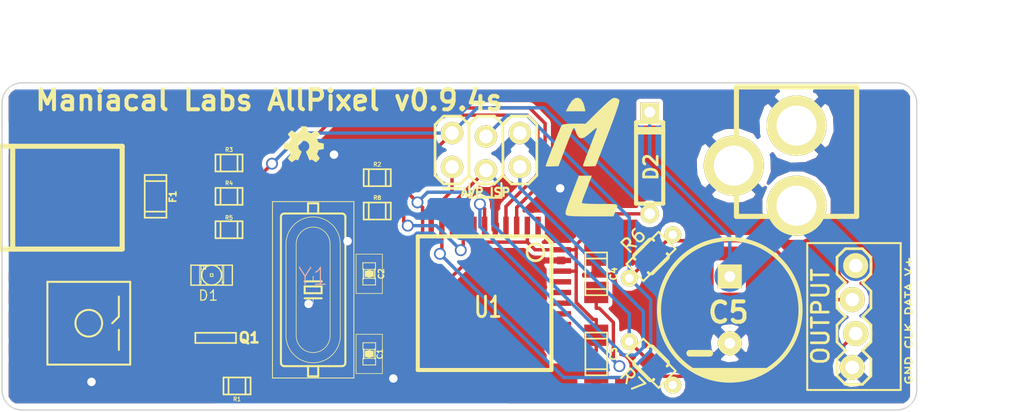
<source format=kicad_pcb>
(kicad_pcb (version 3) (host pcbnew "(2013-03-04 BZR 3984)-stable")

  (general
    (links 65)
    (no_connects 5)
    (area 11.835512 12.650002 94.499998 43.829)
    (thickness 1.6)
    (drawings 12)
    (tracks 208)
    (zones 0)
    (modules 28)
    (nets 22)
  )

  (page A3)
  (layers
    (15 F.Cu signal hide)
    (0 B.Cu signal hide)
    (16 B.Adhes user)
    (17 F.Adhes user)
    (18 B.Paste user)
    (19 F.Paste user)
    (20 B.SilkS user)
    (21 F.SilkS user)
    (22 B.Mask user)
    (23 F.Mask user)
    (24 Dwgs.User user)
    (25 Cmts.User user)
    (26 Eco1.User user)
    (27 Eco2.User user)
    (28 Edge.Cuts user)
  )

  (setup
    (last_trace_width 0.254)
    (user_trace_width 0.1524)
    (user_trace_width 2.3)
    (trace_clearance 0.254)
    (zone_clearance 0.308)
    (zone_45_only no)
    (trace_min 0.1524)
    (segment_width 0.2)
    (edge_width 0.1)
    (via_size 0.889)
    (via_drill 0.635)
    (via_min_size 0.889)
    (via_min_drill 0.508)
    (uvia_size 0.508)
    (uvia_drill 0.127)
    (uvias_allowed no)
    (uvia_min_size 0.508)
    (uvia_min_drill 0.127)
    (pcb_text_width 0.3)
    (pcb_text_size 1.5 1.5)
    (mod_edge_width 0.15)
    (mod_text_size 1 1)
    (mod_text_width 0.15)
    (pad_size 1.6796 1.6796)
    (pad_drill 1.016)
    (pad_to_mask_clearance 0)
    (aux_axis_origin 0 0)
    (visible_elements 7FFFFBBF)
    (pcbplotparams
      (layerselection 283148289)
      (usegerberextensions true)
      (excludeedgelayer true)
      (linewidth 0)
      (plotframeref false)
      (viasonmask false)
      (mode 1)
      (useauxorigin false)
      (hpglpennumber 1)
      (hpglpenspeed 20)
      (hpglpendiameter 15)
      (hpglpenoverlay 2)
      (psnegative false)
      (psa4output false)
      (plotreference true)
      (plotvalue true)
      (plotothertext true)
      (plotinvisibletext false)
      (padsonsilk false)
      (subtractmaskfromsilk false)
      (outputformat 1)
      (mirror false)
      (drillshape 0)
      (scaleselection 1)
      (outputdirectory gerberSMD/))
  )

  (net 0 "")
  (net 1 +5V)
  (net 2 D+)
  (net 3 D-)
  (net 4 GND)
  (net 5 MISO)
  (net 6 MOSI)
  (net 7 N-0000012)
  (net 8 N-0000013)
  (net 9 N-0000017)
  (net 10 N-0000021)
  (net 11 N-0000022)
  (net 12 N-0000026)
  (net 13 N-000003)
  (net 14 PB6)
  (net 15 RST)
  (net 16 SCK)
  (net 17 UCap)
  (net 18 VSTRIP)
  (net 19 VUSB)
  (net 20 XTAL1)
  (net 21 XTAL2)

  (net_class Default "This is the default net class."
    (clearance 0.254)
    (trace_width 0.254)
    (via_dia 0.889)
    (via_drill 0.635)
    (uvia_dia 0.508)
    (uvia_drill 0.127)
    (add_net "")
    (add_net +5V)
    (add_net D+)
    (add_net D-)
    (add_net GND)
    (add_net MISO)
    (add_net MOSI)
    (add_net N-0000012)
    (add_net N-0000013)
    (add_net N-0000017)
    (add_net N-0000021)
    (add_net N-0000022)
    (add_net N-0000026)
    (add_net N-000003)
    (add_net PB6)
    (add_net RST)
    (add_net SCK)
    (add_net UCap)
    (add_net VSTRIP)
    (add_net VUSB)
    (add_net XTAL1)
    (add_net XTAL2)
  )

  (net_class 2mm ""
    (clearance 0.254)
    (trace_width 2.3)
    (via_dia 0.889)
    (via_drill 0.635)
    (uvia_dia 0.508)
    (uvia_drill 0.127)
  )

  (net_class groundfix ""
    (clearance 0.1524)
    (trace_width 0.1524)
    (via_dia 0.889)
    (via_drill 0.635)
    (uvia_dia 0.508)
    (uvia_drill 0.127)
  )

  (module ML_SparkFun-1X04_LOCK_SCREW (layer F.Cu) (tedit 53D506EC) (tstamp 53E215C3)
    (at 77.8 36 270)
    (path /53CAE238)
    (attr virtual)
    (fp_text reference JP2 (at 1.8288 -2.4638 270) (layer F.SilkS) hide
      (effects (font (size 1.27 1.27) (thickness 0.0889)))
    )
    (fp_text value OUTPUT (at 0 2.5 270) (layer F.SilkS)
      (effects (font (size 1.27 1.27) (thickness 0.2032)))
    )
    (fp_line (start -5.5 -3.5) (end -5.5 3.5) (layer F.SilkS) (width 0.15))
    (fp_line (start -5.5 3.5) (end 5.5 3.5) (layer F.SilkS) (width 0.15))
    (fp_line (start 5.5 3.5) (end 5.5 -3.5) (layer F.SilkS) (width 0.15))
    (fp_line (start 5.5 -3.5) (end -5.5 -3.5) (layer F.SilkS) (width 0.15))
    (fp_line (start 3.556 0.254) (end 4.064 0.254) (layer F.SilkS) (width 0.06604))
    (fp_line (start 4.064 0.254) (end 4.064 -0.254) (layer F.SilkS) (width 0.06604))
    (fp_line (start 3.556 -0.254) (end 4.064 -0.254) (layer F.SilkS) (width 0.06604))
    (fp_line (start 3.556 0.254) (end 3.556 -0.254) (layer F.SilkS) (width 0.06604))
    (fp_line (start 1.016 0.254) (end 1.524 0.254) (layer F.SilkS) (width 0.06604))
    (fp_line (start 1.524 0.254) (end 1.524 -0.254) (layer F.SilkS) (width 0.06604))
    (fp_line (start 1.016 -0.254) (end 1.524 -0.254) (layer F.SilkS) (width 0.06604))
    (fp_line (start 1.016 0.254) (end 1.016 -0.254) (layer F.SilkS) (width 0.06604))
    (fp_line (start -1.524 0.254) (end -1.016 0.254) (layer F.SilkS) (width 0.06604))
    (fp_line (start -1.016 0.254) (end -1.016 -0.254) (layer F.SilkS) (width 0.06604))
    (fp_line (start -1.524 -0.254) (end -1.016 -0.254) (layer F.SilkS) (width 0.06604))
    (fp_line (start -1.524 0.254) (end -1.524 -0.254) (layer F.SilkS) (width 0.06604))
    (fp_line (start -4.064 0.254) (end -3.556 0.254) (layer F.SilkS) (width 0.06604))
    (fp_line (start -3.556 0.254) (end -3.556 -0.254) (layer F.SilkS) (width 0.06604))
    (fp_line (start -4.064 -0.254) (end -3.556 -0.254) (layer F.SilkS) (width 0.06604))
    (fp_line (start -4.064 0.254) (end -4.064 -0.254) (layer F.SilkS) (width 0.06604))
    (fp_line (start 3.175 -1.27) (end 4.445 -1.27) (layer F.SilkS) (width 0.2032))
    (fp_line (start 4.445 -1.27) (end 5.08 -0.635) (layer F.SilkS) (width 0.2032))
    (fp_line (start 5.08 0.635) (end 4.445 1.27) (layer F.SilkS) (width 0.2032))
    (fp_line (start 0 -0.635) (end 0.635 -1.27) (layer F.SilkS) (width 0.2032))
    (fp_line (start 0.635 -1.27) (end 1.905 -1.27) (layer F.SilkS) (width 0.2032))
    (fp_line (start 1.905 -1.27) (end 2.54 -0.635) (layer F.SilkS) (width 0.2032))
    (fp_line (start 2.54 0.635) (end 1.905 1.27) (layer F.SilkS) (width 0.2032))
    (fp_line (start 1.905 1.27) (end 0.635 1.27) (layer F.SilkS) (width 0.2032))
    (fp_line (start 0.635 1.27) (end 0 0.635) (layer F.SilkS) (width 0.2032))
    (fp_line (start 3.175 -1.27) (end 2.54 -0.635) (layer F.SilkS) (width 0.2032))
    (fp_line (start 2.54 0.635) (end 3.175 1.27) (layer F.SilkS) (width 0.2032))
    (fp_line (start 4.445 1.27) (end 3.175 1.27) (layer F.SilkS) (width 0.2032))
    (fp_line (start -4.445 -1.27) (end -3.175 -1.27) (layer F.SilkS) (width 0.2032))
    (fp_line (start -3.175 -1.27) (end -2.54 -0.635) (layer F.SilkS) (width 0.2032))
    (fp_line (start -2.54 0.635) (end -3.175 1.27) (layer F.SilkS) (width 0.2032))
    (fp_line (start -2.54 -0.635) (end -1.905 -1.27) (layer F.SilkS) (width 0.2032))
    (fp_line (start -1.905 -1.27) (end -0.635 -1.27) (layer F.SilkS) (width 0.2032))
    (fp_line (start -0.635 -1.27) (end 0 -0.635) (layer F.SilkS) (width 0.2032))
    (fp_line (start 0 0.635) (end -0.635 1.27) (layer F.SilkS) (width 0.2032))
    (fp_line (start -0.635 1.27) (end -1.905 1.27) (layer F.SilkS) (width 0.2032))
    (fp_line (start -1.905 1.27) (end -2.54 0.635) (layer F.SilkS) (width 0.2032))
    (fp_line (start -5.08 -0.635) (end -5.08 0.635) (layer F.SilkS) (width 0.2032))
    (fp_line (start -4.445 -1.27) (end -5.08 -0.635) (layer F.SilkS) (width 0.2032))
    (fp_line (start -5.08 0.635) (end -4.445 1.27) (layer F.SilkS) (width 0.2032))
    (fp_line (start -3.175 1.27) (end -4.445 1.27) (layer F.SilkS) (width 0.2032))
    (fp_line (start 5.08 -0.635) (end 5.08 0.635) (layer F.SilkS) (width 0.2032))
    (pad 1 thru_hole rect (at -3.81 -0.127 270) (size 1.8796 0) (drill 1.016)
      (layers *.Cu F.Paste F.SilkS F.Mask)
      (net 18 VSTRIP)
    )
    (pad 2 thru_hole circle (at -1.27 0.127 270) (size 1.8796 1.8796) (drill 1.016)
      (layers *.Cu *.Mask F.Paste F.SilkS)
      (net 11 N-0000022)
    )
    (pad 3 thru_hole circle (at 1.27 -0.127 270) (size 1.8796 1.8796) (drill 1.016)
      (layers *.Cu *.Mask F.Paste F.SilkS)
      (net 10 N-0000021)
    )
    (pad 4 thru_hole circle (at 3.81 0.127 270) (size 1.8796 1.8796) (drill 1.016)
      (layers *.Cu *.Mask F.Paste F.SilkS)
      (net 4 GND)
    )
    (pad 1 thru_hole circle (at -3.81 -0.127 270) (size 1.8796 1.8796) (drill 1.016)
      (layers *.Cu *.Mask F.Paste F.SilkS)
      (net 18 VSTRIP)
    )
  )

  (module TQFP44 (layer F.Cu) (tedit 53D4F7AD) (tstamp 53E2151F)
    (at 50.14 35 270)
    (path /53CAD514)
    (attr smd)
    (fp_text reference U1 (at 0.3 -0.26 360) (layer F.SilkS)
      (effects (font (size 1.524 1.016) (thickness 0.2032)))
    )
    (fp_text value ATMEGA16U4/32U4 (at 0 1.905 270) (layer F.SilkS) hide
      (effects (font (size 1.524 1.016) (thickness 0.2032)))
    )
    (fp_line (start 5.0038 -5.0038) (end 5.0038 5.0038) (layer F.SilkS) (width 0.3048))
    (fp_line (start 5.0038 5.0038) (end -5.0038 5.0038) (layer F.SilkS) (width 0.3048))
    (fp_line (start -5.0038 -4.5212) (end -5.0038 5.0038) (layer F.SilkS) (width 0.3048))
    (fp_line (start -4.5212 -5.0038) (end 5.0038 -5.0038) (layer F.SilkS) (width 0.3048))
    (fp_line (start -5.0038 -4.5212) (end -4.5212 -5.0038) (layer F.SilkS) (width 0.3048))
    (fp_circle (center -3.81 -3.81) (end -3.81 -3.175) (layer F.SilkS) (width 0.2032))
    (pad 39 smd rect (at 0 -5.715 270) (size 0.4064 1.524)
      (layers F.Cu F.Paste F.Mask)
    )
    (pad 40 smd rect (at -0.8001 -5.715 270) (size 0.4064 1.524)
      (layers F.Cu F.Paste F.Mask)
    )
    (pad 41 smd rect (at -1.6002 -5.715 270) (size 0.4064 1.524)
      (layers F.Cu F.Paste F.Mask)
    )
    (pad 42 smd rect (at -2.4003 -5.715 270) (size 0.4064 1.524)
      (layers F.Cu F.Paste F.Mask)
      (net 19 VUSB)
    )
    (pad 43 smd rect (at -3.2004 -5.715 270) (size 0.4064 1.524)
      (layers F.Cu F.Paste F.Mask)
      (net 4 GND)
    )
    (pad 44 smd rect (at -4.0005 -5.715 270) (size 0.4064 1.524)
      (layers F.Cu F.Paste F.Mask)
      (net 19 VUSB)
    )
    (pad 38 smd rect (at 0.8001 -5.715 270) (size 0.4064 1.524)
      (layers F.Cu F.Paste F.Mask)
    )
    (pad 37 smd rect (at 1.6002 -5.715 270) (size 0.4064 1.524)
      (layers F.Cu F.Paste F.Mask)
    )
    (pad 36 smd rect (at 2.4003 -5.715 270) (size 0.4064 1.524)
      (layers F.Cu F.Paste F.Mask)
    )
    (pad 35 smd rect (at 3.2004 -5.715 270) (size 0.4064 1.524)
      (layers F.Cu F.Paste F.Mask)
      (net 4 GND)
    )
    (pad 34 smd rect (at 4.0005 -5.715 270) (size 0.4064 1.524)
      (layers F.Cu F.Paste F.Mask)
      (net 19 VUSB)
    )
    (pad 17 smd rect (at 0 5.715 270) (size 0.4064 1.524)
      (layers F.Cu F.Paste F.Mask)
      (net 20 XTAL1)
    )
    (pad 16 smd rect (at -0.8001 5.715 270) (size 0.4064 1.524)
      (layers F.Cu F.Paste F.Mask)
      (net 21 XTAL2)
    )
    (pad 15 smd rect (at -1.6002 5.715 270) (size 0.4064 1.524)
      (layers F.Cu F.Paste F.Mask)
      (net 4 GND)
    )
    (pad 14 smd rect (at -2.4003 5.715 270) (size 0.4064 1.524)
      (layers F.Cu F.Paste F.Mask)
      (net 19 VUSB)
    )
    (pad 13 smd rect (at -3.2004 5.715 270) (size 0.4064 1.524)
      (layers F.Cu F.Paste F.Mask)
      (net 15 RST)
    )
    (pad 12 smd rect (at -4.0005 5.715 270) (size 0.4064 1.524)
      (layers F.Cu F.Paste F.Mask)
    )
    (pad 18 smd rect (at 0.8001 5.715 270) (size 0.4064 1.524)
      (layers F.Cu F.Paste F.Mask)
    )
    (pad 19 smd rect (at 1.6002 5.715 270) (size 0.4064 1.524)
      (layers F.Cu F.Paste F.Mask)
    )
    (pad 20 smd rect (at 2.4003 5.715 270) (size 0.4064 1.524)
      (layers F.Cu F.Paste F.Mask)
    )
    (pad 21 smd rect (at 3.2004 5.715 270) (size 0.4064 1.524)
      (layers F.Cu F.Paste F.Mask)
    )
    (pad 22 smd rect (at 4.0005 5.715 270) (size 0.4064 1.524)
      (layers F.Cu F.Paste F.Mask)
    )
    (pad 6 smd rect (at -5.715 0 270) (size 1.524 0.4064)
      (layers F.Cu F.Paste F.Mask)
      (net 17 UCap)
    )
    (pad 28 smd rect (at 5.715 0 270) (size 1.524 0.4064)
      (layers F.Cu F.Paste F.Mask)
    )
    (pad 7 smd rect (at -5.715 0.8001 270) (size 1.524 0.4064)
      (layers F.Cu F.Paste F.Mask)
      (net 19 VUSB)
    )
    (pad 27 smd rect (at 5.715 0.8001 270) (size 1.524 0.4064)
      (layers F.Cu F.Paste F.Mask)
    )
    (pad 26 smd rect (at 5.715 1.6002 270) (size 1.524 0.4064)
      (layers F.Cu F.Paste F.Mask)
    )
    (pad 8 smd rect (at -5.715 1.6002 270) (size 1.524 0.4064)
      (layers F.Cu F.Paste F.Mask)
      (net 12 N-0000026)
    )
    (pad 9 smd rect (at -5.715 2.4003 270) (size 1.524 0.4064)
      (layers F.Cu F.Paste F.Mask)
      (net 16 SCK)
    )
    (pad 25 smd rect (at 5.715 2.4003 270) (size 1.524 0.4064)
      (layers F.Cu F.Paste F.Mask)
    )
    (pad 24 smd rect (at 5.715 3.2004 270) (size 1.524 0.4064)
      (layers F.Cu F.Paste F.Mask)
      (net 19 VUSB)
    )
    (pad 10 smd rect (at -5.715 3.2004 270) (size 1.524 0.4064)
      (layers F.Cu F.Paste F.Mask)
      (net 6 MOSI)
    )
    (pad 11 smd rect (at -5.715 4.0005 270) (size 1.524 0.4064)
      (layers F.Cu F.Paste F.Mask)
      (net 5 MISO)
    )
    (pad 23 smd rect (at 5.715 4.0005 270) (size 1.524 0.4064)
      (layers F.Cu F.Paste F.Mask)
      (net 4 GND)
    )
    (pad 29 smd rect (at 5.715 -0.8001 270) (size 1.524 0.4064)
      (layers F.Cu F.Paste F.Mask)
    )
    (pad 5 smd rect (at -5.715 -0.8001 270) (size 1.524 0.4064)
      (layers F.Cu F.Paste F.Mask)
      (net 4 GND)
    )
    (pad 4 smd rect (at -5.715 -1.6002 270) (size 1.524 0.4064)
      (layers F.Cu F.Paste F.Mask)
      (net 2 D+)
    )
    (pad 30 smd rect (at 5.715 -1.6002 270) (size 1.524 0.4064)
      (layers F.Cu F.Paste F.Mask)
      (net 14 PB6)
    )
    (pad 31 smd rect (at 5.715 -2.4003 270) (size 1.524 0.4064)
      (layers F.Cu F.Paste F.Mask)
    )
    (pad 3 smd rect (at -5.715 -2.4003 270) (size 1.524 0.4064)
      (layers F.Cu F.Paste F.Mask)
      (net 3 D-)
    )
    (pad 2 smd rect (at -5.715 -3.2004 270) (size 1.524 0.4064)
      (layers F.Cu F.Paste F.Mask)
      (net 19 VUSB)
    )
    (pad 32 smd rect (at 5.715 -3.2004 270) (size 1.524 0.4064)
      (layers F.Cu F.Paste F.Mask)
    )
    (pad 33 smd rect (at 5.715 -4.0005 270) (size 1.524 0.4064)
      (layers F.Cu F.Paste F.Mask)
    )
    (pad 1 smd rect (at -5.715 -4.0005 270) (size 1.524 0.4064)
      (layers F.Cu F.Paste F.Mask)
    )
  )

  (module ML_R1-8W (layer F.Cu) (tedit 53D4F77D) (tstamp 53E21611)
    (at 62.6 31.5 45)
    (descr http://www.mouser.com/ProductDetail/Xicon/299-330-RC/?qs=sGAEpiMZZMu61qfTUdNhG1aMK7XKB77EKzTqu4lEvbw%3d)
    (path /53D3CAA7)
    (fp_text reference R6 (at -0.091924 -1.774838 45) (layer F.SilkS)
      (effects (font (size 1 1) (thickness 0.15)))
    )
    (fp_text value OPT (at 0 0 45) (layer F.SilkS) hide
      (effects (font (size 1 1) (thickness 0.15)))
    )
    (fp_line (start 1.7 -0.9) (end -1.7 -0.9) (layer F.SilkS) (width 0.15))
    (fp_line (start -1.7 -0.9) (end -1.7 0.9) (layer F.SilkS) (width 0.15))
    (fp_line (start -1.7 0.9) (end 1.7 0.9) (layer F.SilkS) (width 0.15))
    (fp_line (start 1.7 0.9) (end 1.7 -0.9) (layer F.SilkS) (width 0.15))
    (pad 1 thru_hole circle (at -2.3 0 45) (size 1.27 1.27) (drill 0.635)
      (layers *.Cu *.Mask F.SilkS)
      (net 6 MOSI)
    )
    (pad 2 thru_hole circle (at 2.3 0 45) (size 1.27 1.27) (drill 0.635)
      (layers *.Cu *.Mask F.SilkS)
      (net 11 N-0000022)
    )
  )

  (module ML_R1-8W (layer F.Cu) (tedit 53EEAAD2) (tstamp 53F25382)
    (at 62.6 39.5 315)
    (descr http://www.mouser.com/ProductDetail/Xicon/299-330-RC/?qs=sGAEpiMZZMu61qfTUdNhG1aMK7XKB77EKzTqu4lEvbw%3d)
    (path /53D3CAAD)
    (fp_text reference R7 (at -0.070711 1.909188 315) (layer F.SilkS)
      (effects (font (size 1 1) (thickness 0.15)))
    )
    (fp_text value OPT (at 1 -2 315) (layer F.SilkS) hide
      (effects (font (size 1 1) (thickness 0.15)))
    )
    (fp_line (start 1.7 -0.9) (end -1.7 -0.9) (layer F.SilkS) (width 0.15))
    (fp_line (start -1.7 -0.9) (end -1.7 0.9) (layer F.SilkS) (width 0.15))
    (fp_line (start -1.7 0.9) (end 1.7 0.9) (layer F.SilkS) (width 0.15))
    (fp_line (start 1.7 0.9) (end 1.7 -0.9) (layer F.SilkS) (width 0.15))
    (pad 1 thru_hole circle (at -2.3 0 315) (size 1.27 1.27) (drill 0.635)
      (layers *.Cu *.Mask F.SilkS)
      (net 16 SCK)
    )
    (pad 2 thru_hole circle (at 2.3 0 315) (size 1.27 1.27) (drill 0.635)
      (layers *.Cu *.Mask F.SilkS)
      (net 10 N-0000021)
    )
  )

  (module CP_10x12.5mm (layer F.Cu) (tedit 53D4F9EE) (tstamp 53E21666)
    (at 68.5 35.5 180)
    (descr "Capacitor, pol, cyl 10x12.5mm")
    (path /53D3C960)
    (fp_text reference C5 (at 0.1 -0.2 180) (layer F.SilkS)
      (effects (font (size 1.524 1.524) (thickness 0.3048)))
    )
    (fp_text value CP1 (at -1.9 0 180) (layer F.SilkS) hide
      (effects (font (size 1.524 1.524) (thickness 0.3048)))
    )
    (fp_line (start -2.7 -4.5) (end 2.7 -4.5) (layer F.SilkS) (width 0.3048))
    (fp_line (start 2.3 -4.7) (end -2.3 -4.7) (layer F.SilkS) (width 0.3048))
    (fp_line (start 1.9 -4.9) (end -1.9 -4.9) (layer F.SilkS) (width 0.3048))
    (fp_line (start -1.3 -5.1) (end 1.3 -5.1) (layer F.SilkS) (width 0.3048))
    (fp_circle (center 0 0) (end -5.3 0) (layer F.SilkS) (width 0.3048))
    (fp_line (start 1.5 -3.25) (end 3 -3.25) (layer F.SilkS) (width 0.5))
    (pad 1 thru_hole rect (at 0 2.5 180) (size 1.8 1.8) (drill 0.8)
      (layers *.Cu *.Mask F.SilkS)
      (net 18 VSTRIP)
    )
    (pad 2 thru_hole circle (at 0 -2.5 180) (size 1.8 1.8) (drill 0.8)
      (layers *.Cu *.Mask F.SilkS)
      (net 4 GND)
    )
    (model walter/capacitors/cp_10x12.5mm.wrl
      (at (xyz 0 0 0))
      (scale (xyz 1 1 1))
      (rotate (xyz 0 0 0))
    )
  )

  (module SparkFun-SJ_2S-NO (layer F.Cu) (tedit 53D4F771) (tstamp 53E21848)
    (at 62.6 31.5 45)
    (descr "SMALL SOLDER JUMPER WITH NO PASTE LAYER SO IT WILL OPEN AFTER REFLOW.")
    (tags "SMALL SOLDER JUMPER WITH NO PASTE LAYER SO IT WILL OPEN AFTER REFLOW.")
    (path /53D3E8E0)
    (attr smd)
    (fp_text reference SJ2 (at 0.10668 -1.4732 45) (layer B.SilkS) hide
      (effects (font (size 0.4064 0.4064) (thickness 0.0889)))
    )
    (fp_text value SOLDERJUMPERNO (at 0.30988 1.4478 45) (layer B.SilkS) hide
      (effects (font (size 0.4064 0.4064) (thickness 0.0889)))
    )
    (fp_line (start 0.79756 0.99822) (end -0.79756 0.99822) (layer F.SilkS) (width 0.2032))
    (fp_line (start -0.79756 -0.99822) (end 0.79756 -0.99822) (layer F.SilkS) (width 0.2032))
    (fp_arc (start 0.7493 -0.7493) (end 0.79756 -0.99822) (angle 90) (layer F.SilkS) (width 0.2032))
    (fp_arc (start -0.7493 -0.7493) (end -0.99822 -0.6985) (angle 90) (layer F.SilkS) (width 0.2032))
    (fp_arc (start -0.7493 0.7493) (end -0.79756 0.99822) (angle 90) (layer F.SilkS) (width 0.2032))
    (fp_arc (start 0.7493 0.7493) (end 0.99822 0.6985) (angle 90) (layer F.SilkS) (width 0.2032))
    (pad 1 smd rect (at -0.44958 0 45) (size 0.635 1.27)
      (layers F.Cu F.Paste F.Mask)
      (net 6 MOSI)
    )
    (pad 2 smd rect (at 0.44958 0 45) (size 0.635 1.27)
      (layers F.Cu F.Paste F.Mask)
      (net 11 N-0000022)
    )
  )

  (module SparkFun-SJ_2S-NO (layer F.Cu) (tedit 53D4F79D) (tstamp 53F25377)
    (at 62.6 39.5 315)
    (descr "SMALL SOLDER JUMPER WITH NO PASTE LAYER SO IT WILL OPEN AFTER REFLOW.")
    (tags "SMALL SOLDER JUMPER WITH NO PASTE LAYER SO IT WILL OPEN AFTER REFLOW.")
    (path /53D3E8E6)
    (attr smd)
    (fp_text reference SJ3 (at 0.10668 -1.4732 315) (layer B.SilkS) hide
      (effects (font (size 0.4064 0.4064) (thickness 0.0889)))
    )
    (fp_text value SOLDERJUMPERNO (at 0.30988 1.4478 315) (layer B.SilkS) hide
      (effects (font (size 0.4064 0.4064) (thickness 0.0889)))
    )
    (fp_line (start 0.79756 0.99822) (end -0.79756 0.99822) (layer F.SilkS) (width 0.2032))
    (fp_line (start -0.79756 -0.99822) (end 0.79756 -0.99822) (layer F.SilkS) (width 0.2032))
    (fp_arc (start 0.7493 -0.7493) (end 0.79756 -0.99822) (angle 90) (layer F.SilkS) (width 0.2032))
    (fp_arc (start -0.7493 -0.7493) (end -0.99822 -0.6985) (angle 90) (layer F.SilkS) (width 0.2032))
    (fp_arc (start -0.7493 0.7493) (end -0.79756 0.99822) (angle 90) (layer F.SilkS) (width 0.2032))
    (fp_arc (start 0.7493 0.7493) (end 0.99822 0.6985) (angle 90) (layer F.SilkS) (width 0.2032))
    (pad 1 smd rect (at -0.44958 0 315) (size 0.635 1.27)
      (layers F.Cu F.Paste F.Mask)
      (net 16 SCK)
    )
    (pad 2 smd rect (at 0.44958 0 315) (size 0.635 1.27)
      (layers F.Cu F.Paste F.Mask)
      (net 10 N-0000021)
    )
  )

  (module ML_BARREL_JACK_ROUND_PADS_SHORT (layer F.Cu) (tedit 53D503A9) (tstamp 53D4F7E0)
    (at 73.5 21.5 270)
    (descr "DC Barrel Jack")
    (tags "Power Jack")
    (path /53D3C759)
    (fp_text reference CON2 (at 10.09904 0 360) (layer F.SilkS) hide
      (effects (font (size 1.016 1.016) (thickness 0.2032)))
    )
    (fp_text value BARREL_JACK (at 0 -5.99948 270) (layer F.SilkS) hide
      (effects (font (size 1.016 1.016) (thickness 0.2032)))
    )
    (fp_line (start -2.7005 -4.50088) (end -2.7005 4.50088) (layer F.SilkS) (width 0.381))
    (fp_line (start -2.70062 4.50088) (end 7.00024 4.50088) (layer F.SilkS) (width 0.381))
    (fp_line (start 7.00024 4.50088) (end 7.00024 -4.50088) (layer F.SilkS) (width 0.381))
    (fp_line (start 7.00024 -4.50088) (end -2.70062 -4.50088) (layer F.SilkS) (width 0.381))
    (pad 1 thru_hole circle (at 6.20014 0 270) (size 4.5 4.5) (drill 2.99974)
      (layers *.Cu *.Mask F.SilkS)
      (net 18 VSTRIP)
    )
    (pad 2 thru_hole circle (at 0.20066 0 270) (size 4.5 4.5) (drill 2.99974)
      (layers *.Cu *.Mask F.SilkS)
      (net 4 GND)
    )
    (pad 3 thru_hole circle (at 3.2004 4.699 270) (size 4.5 4.5) (drill 2.99974)
      (layers *.Cu *.Mask F.SilkS)
      (net 4 GND)
    )
  )

  (module ML_SparkFun-2X3_LOCK (layer F.Cu) (tedit 54484BD7) (tstamp 53E21591)
    (at 47.7 24.8)
    (path /53CAE113)
    (attr virtual)
    (fp_text reference JP1 (at 1.905 -5.08) (layer F.SilkS) hide
      (effects (font (size 1.27 1.27) (thickness 0.0889)))
    )
    (fp_text value AVR_ISP (at 2.5 1.9) (layer F.SilkS)
      (effects (font (size 0.6238 0.6238) (thickness 0.15595)))
    )
    (fp_line (start 1.3 1.2) (end 1.3 2.3) (layer F.SilkS) (width 0.15))
    (fp_line (start 1.3 2.3) (end 3.7 2.3) (layer F.SilkS) (width 0.15))
    (fp_line (start 3.7 2.3) (end 3.7 1.2) (layer F.SilkS) (width 0.15))
    (fp_line (start -0.254 0.254) (end 0.254 0.254) (layer F.SilkS) (width 0.06604))
    (fp_line (start 0.254 0.254) (end 0.254 -0.254) (layer F.SilkS) (width 0.06604))
    (fp_line (start -0.254 -0.254) (end 0.254 -0.254) (layer F.SilkS) (width 0.06604))
    (fp_line (start -0.254 0.254) (end -0.254 -0.254) (layer F.SilkS) (width 0.06604))
    (fp_line (start -0.254 -2.286) (end 0.254 -2.286) (layer F.SilkS) (width 0.06604))
    (fp_line (start 0.254 -2.286) (end 0.254 -2.794) (layer F.SilkS) (width 0.06604))
    (fp_line (start -0.254 -2.794) (end 0.254 -2.794) (layer F.SilkS) (width 0.06604))
    (fp_line (start -0.254 -2.286) (end -0.254 -2.794) (layer F.SilkS) (width 0.06604))
    (fp_line (start 2.286 -2.286) (end 2.794 -2.286) (layer F.SilkS) (width 0.06604))
    (fp_line (start 2.794 -2.286) (end 2.794 -2.794) (layer F.SilkS) (width 0.06604))
    (fp_line (start 2.286 -2.794) (end 2.794 -2.794) (layer F.SilkS) (width 0.06604))
    (fp_line (start 2.286 -2.286) (end 2.286 -2.794) (layer F.SilkS) (width 0.06604))
    (fp_line (start 2.286 0.254) (end 2.794 0.254) (layer F.SilkS) (width 0.06604))
    (fp_line (start 2.794 0.254) (end 2.794 -0.254) (layer F.SilkS) (width 0.06604))
    (fp_line (start 2.286 -0.254) (end 2.794 -0.254) (layer F.SilkS) (width 0.06604))
    (fp_line (start 2.286 0.254) (end 2.286 -0.254) (layer F.SilkS) (width 0.06604))
    (fp_line (start 4.826 -2.286) (end 5.334 -2.286) (layer F.SilkS) (width 0.06604))
    (fp_line (start 5.334 -2.286) (end 5.334 -2.794) (layer F.SilkS) (width 0.06604))
    (fp_line (start 4.826 -2.794) (end 5.334 -2.794) (layer F.SilkS) (width 0.06604))
    (fp_line (start 4.826 -2.286) (end 4.826 -2.794) (layer F.SilkS) (width 0.06604))
    (fp_line (start 4.826 0.254) (end 5.334 0.254) (layer F.SilkS) (width 0.06604))
    (fp_line (start 5.334 0.254) (end 5.334 -0.254) (layer F.SilkS) (width 0.06604))
    (fp_line (start 4.826 -0.254) (end 5.334 -0.254) (layer F.SilkS) (width 0.06604))
    (fp_line (start 4.826 0.254) (end 4.826 -0.254) (layer F.SilkS) (width 0.06604))
    (fp_line (start -1.27 0.635) (end -0.635 1.27) (layer F.SilkS) (width 0.2032))
    (fp_line (start 0.635 1.27) (end 1.27 0.635) (layer F.SilkS) (width 0.2032))
    (fp_line (start 1.27 0.635) (end 1.905 1.27) (layer F.SilkS) (width 0.2032))
    (fp_line (start 3.175 1.27) (end 3.81 0.635) (layer F.SilkS) (width 0.2032))
    (fp_line (start 3.81 0.635) (end 4.445 1.27) (layer F.SilkS) (width 0.2032))
    (fp_line (start 5.715 1.27) (end 6.35 0.635) (layer F.SilkS) (width 0.2032))
    (fp_line (start -1.27 0.635) (end -1.27 -3.175) (layer F.SilkS) (width 0.2032))
    (fp_line (start -1.27 -3.175) (end -0.635 -3.81) (layer F.SilkS) (width 0.2032))
    (fp_line (start -0.635 -3.81) (end 0.635 -3.81) (layer F.SilkS) (width 0.2032))
    (fp_line (start 0.635 -3.81) (end 1.27 -3.175) (layer F.SilkS) (width 0.2032))
    (fp_line (start 1.27 -3.175) (end 1.905 -3.81) (layer F.SilkS) (width 0.2032))
    (fp_line (start 1.905 -3.81) (end 3.175 -3.81) (layer F.SilkS) (width 0.2032))
    (fp_line (start 3.175 -3.81) (end 3.81 -3.175) (layer F.SilkS) (width 0.2032))
    (fp_line (start 3.81 -3.175) (end 4.445 -3.81) (layer F.SilkS) (width 0.2032))
    (fp_line (start 4.445 -3.81) (end 5.715 -3.81) (layer F.SilkS) (width 0.2032))
    (fp_line (start 5.715 -3.81) (end 6.35 -3.175) (layer F.SilkS) (width 0.2032))
    (fp_line (start 1.27 -3.175) (end 1.27 0.635) (layer F.SilkS) (width 0.2032))
    (fp_line (start 3.81 -3.175) (end 3.81 0.635) (layer F.SilkS) (width 0.2032))
    (fp_line (start 6.35 -3.175) (end 6.35 0.635) (layer F.SilkS) (width 0.2032))
    (fp_line (start 4.445 1.27) (end 5.715 1.27) (layer F.SilkS) (width 0.2032))
    (fp_line (start 1.905 1.27) (end 3.175 1.27) (layer F.SilkS) (width 0.2032))
    (fp_line (start -0.635 1.27) (end 0.635 1.27) (layer F.SilkS) (width 0.2032))
    (fp_line (start 0.635 1.60274) (end -0.635 1.60274) (layer F.SilkS) (width 0.2032))
    (pad 1 thru_hole circle (at 0 0) (size 1.6796 1.6796) (drill 1.016)
      (layers *.Cu *.Mask F.Paste F.SilkS)
      (net 5 MISO)
    )
    (pad 2 thru_hole circle (at 0 -2.54) (size 1.6796 1.6796) (drill 1.016)
      (layers *.Cu *.Mask F.Paste F.SilkS)
      (net 19 VUSB)
    )
    (pad 3 thru_hole circle (at 2.54 0.254) (size 1.6796 1.6796) (drill 1.016)
      (layers *.Cu *.Mask F.Paste F.SilkS)
      (net 16 SCK)
      (clearance 0.2)
    )
    (pad 4 thru_hole circle (at 2.54 -2.286) (size 1.6796 1.6796) (drill 1.016)
      (layers *.Cu *.Mask F.Paste F.SilkS)
      (net 6 MOSI)
    )
    (pad 5 thru_hole circle (at 5.08 0) (size 1.6796 1.6796) (drill 1.016)
      (layers *.Cu *.Mask F.Paste F.SilkS)
      (net 15 RST)
      (clearance 0.2)
    )
    (pad 6 thru_hole circle (at 5.08 -2.54) (size 1.6796 1.6796) (drill 1.016)
      (layers *.Cu *.Mask F.Paste F.SilkS)
      (net 4 GND)
    )
  )

  (module D3 (layer F.Cu) (tedit 53EE96BA) (tstamp 53F25208)
    (at 62.5 24.5 90)
    (descr "Diode 3 pas")
    (tags "DIODE DEV")
    (path /53E92290)
    (fp_text reference D2 (at -0.3 0.1 90) (layer F.SilkS)
      (effects (font (size 1.016 1.016) (thickness 0.2032)))
    )
    (fp_text value DIODE (at 0 0 90) (layer F.SilkS) hide
      (effects (font (size 1.016 1.016) (thickness 0.2032)))
    )
    (fp_line (start 3.81 0) (end 3.048 0) (layer F.SilkS) (width 0.3048))
    (fp_line (start 3.048 0) (end 3.048 -1.016) (layer F.SilkS) (width 0.3048))
    (fp_line (start 3.048 -1.016) (end -3.048 -1.016) (layer F.SilkS) (width 0.3048))
    (fp_line (start -3.048 -1.016) (end -3.048 0) (layer F.SilkS) (width 0.3048))
    (fp_line (start -3.048 0) (end -3.81 0) (layer F.SilkS) (width 0.3048))
    (fp_line (start -3.048 0) (end -3.048 1.016) (layer F.SilkS) (width 0.3048))
    (fp_line (start -3.048 1.016) (end 3.048 1.016) (layer F.SilkS) (width 0.3048))
    (fp_line (start 3.048 1.016) (end 3.048 0) (layer F.SilkS) (width 0.3048))
    (fp_line (start 2.54 -1.016) (end 2.54 1.016) (layer F.SilkS) (width 0.3048))
    (fp_line (start 2.286 1.016) (end 2.286 -1.016) (layer F.SilkS) (width 0.3048))
    (pad 2 thru_hole rect (at 3.81 0 90) (size 1.397 1.397) (drill 0.812799)
      (layers *.Cu *.Mask F.SilkS)
      (net 18 VSTRIP)
    )
    (pad 1 thru_hole circle (at -3.81 0 90) (size 1.397 1.397) (drill 0.812799)
      (layers *.Cu *.Mask F.SilkS)
      (net 19 VUSB)
    )
    (model discret/diode.wrl
      (at (xyz 0 0 0))
      (scale (xyz 0.3 0.3 0.3))
      (rotate (xyz 0 0 0))
    )
  )

  (module ML_LOGO (layer F.Cu) (tedit 528A8BD7) (tstamp 53F25AF2)
    (at 57.5 24.1)
    (fp_text reference Ref** (at 0 5.842) (layer F.SilkS) hide
      (effects (font (size 1.524 1.524) (thickness 0.3048)))
    )
    (fp_text value Val** (at 0 -5.842) (layer F.SilkS) hide
      (effects (font (size 1.524 1.524) (thickness 0.3048)))
    )
    (fp_poly (pts (xy 2.58064 3.62458) (xy 2.55016 3.76174) (xy 2.46888 3.95986) (xy 2.4003 4.11988)
      (xy 2.28346 4.40182) (xy 0.5588 4.40182) (xy -0.04064 4.39928) (xy -0.49276 4.39166)
      (xy -0.82042 4.37896) (xy -1.0414 4.35864) (xy -1.1811 4.32816) (xy -1.2573 4.28752)
      (xy -1.27 4.27482) (xy -1.30048 4.20116) (xy -1.29286 4.0767) (xy -1.24714 3.87858)
      (xy -1.15062 3.58648) (xy -1.0033 3.175) (xy -0.84074 2.75082) (xy -0.30734 1.35382)
      (xy 0.18034 1.35382) (xy 0.67056 1.35382) (xy 0.4699 1.88214) (xy 0.3302 2.2479)
      (xy 0.18034 2.63398) (xy 0.09144 2.86004) (xy -0.00508 3.11912) (xy -0.06858 3.3147)
      (xy -0.08382 3.38836) (xy -0.00254 3.41884) (xy 0.2286 3.44424) (xy 0.58928 3.45948)
      (xy 1.06172 3.46964) (xy 1.27508 3.46964) (xy 1.79578 3.46964) (xy 2.16916 3.47218)
      (xy 2.41046 3.4925) (xy 2.54 3.53822) (xy 2.58064 3.62458) (xy 2.58064 3.62458)) (layer F.SilkS) (width 0.00254))
    (fp_poly (pts (xy 2.7305 -4.22148) (xy 2.68224 -4.0132) (xy 2.5781 -3.68046) (xy 2.42062 -3.22072)
      (xy 2.20218 -2.62382) (xy 1.92024 -1.8796) (xy 1.88214 -1.778) (xy 0.95758 0.635)
      (xy 0.47752 0.65786) (xy 0.21844 0.66294) (xy 0.04572 0.64262) (xy 0 0.61722)
      (xy 0.03048 0.51562) (xy 0.10922 0.28956) (xy 0.22352 -0.02286) (xy 0.34544 -0.34036)
      (xy 0.51308 -0.76962) (xy 0.68072 -1.2065) (xy 0.82804 -1.59004) (xy 0.89916 -1.77292)
      (xy 0.99314 -2.02692) (xy 1.03886 -2.17678) (xy 1.01854 -2.21996) (xy 0.9144 -2.15646)
      (xy 0.7112 -1.98628) (xy 0.43942 -1.75006) (xy 0.127 -1.51892) (xy -0.11684 -1.44018)
      (xy -0.30734 -1.51638) (xy -0.4572 -1.74498) (xy -0.51816 -1.905) (xy -0.56642 -2.06248)
      (xy -0.60706 -2.1717) (xy -0.6477 -2.21996) (xy -0.6985 -2.19202) (xy -0.76708 -2.07518)
      (xy -0.86614 -1.85166) (xy -1.00076 -1.5113) (xy -1.18364 -1.03632) (xy -1.33858 -0.635)
      (xy -1.82626 0.635) (xy -2.30886 0.65786) (xy -2.57048 0.66548) (xy -2.74574 0.65786)
      (xy -2.794 0.64262) (xy -2.76352 0.54102) (xy -2.68224 0.31242) (xy -2.56032 -0.0127)
      (xy -2.413 -0.40386) (xy -2.2479 -0.82804) (xy -2.07772 -1.2573) (xy -1.91516 -1.6637)
      (xy -1.77292 -2.01168) (xy -1.6637 -2.2733) (xy -1.59766 -2.41808) (xy -1.5875 -2.43586)
      (xy -1.4605 -2.49174) (xy -1.1811 -2.5273) (xy -0.74422 -2.54) (xy -0.65024 -2.54254)
      (xy 0.2032 -2.54254) (xy 1.1938 -3.52044) (xy 1.5748 -3.89128) (xy 1.85928 -4.15798)
      (xy 2.06502 -4.3307) (xy 2.21742 -4.4323) (xy 2.33426 -4.47294) (xy 2.41808 -4.47294)
      (xy 2.61874 -4.40944) (xy 2.72796 -4.318) (xy 2.7305 -4.22148) (xy 2.7305 -4.22148)) (layer F.SilkS) (width 0.00254))
    (fp_poly (pts (xy 0.1905 -3.47218) (xy -0.54102 -3.47218) (xy -1.27254 -3.47218) (xy -1.05918 -3.89382)
      (xy -0.8255 -4.2545) (xy -0.58166 -4.45262) (xy -0.34544 -4.48564) (xy -0.13208 -4.36118)
      (xy 0.0381 -4.07416) (xy 0.13716 -3.73634) (xy 0.1905 -3.47218) (xy 0.1905 -3.47218)) (layer F.SilkS) (width 0.00254))
  )

  (module c_0805 (layer F.Cu) (tedit 49047394) (tstamp 53E215E9)
    (at 31 24.5)
    (descr "SMT capacitor, 0805")
    (path /53CAD83D)
    (fp_text reference R3 (at 0 -0.9906) (layer F.SilkS)
      (effects (font (size 0.29972 0.29972) (thickness 0.06096)))
    )
    (fp_text value 22 (at 0 0.9906) (layer F.SilkS) hide
      (effects (font (size 0.29972 0.29972) (thickness 0.06096)))
    )
    (fp_line (start 0.635 -0.635) (end 0.635 0.635) (layer F.SilkS) (width 0.127))
    (fp_line (start -0.635 -0.635) (end -0.635 0.6096) (layer F.SilkS) (width 0.127))
    (fp_line (start -1.016 -0.635) (end 1.016 -0.635) (layer F.SilkS) (width 0.127))
    (fp_line (start 1.016 -0.635) (end 1.016 0.635) (layer F.SilkS) (width 0.127))
    (fp_line (start 1.016 0.635) (end -1.016 0.635) (layer F.SilkS) (width 0.127))
    (fp_line (start -1.016 0.635) (end -1.016 -0.635) (layer F.SilkS) (width 0.127))
    (pad 1 smd rect (at 0.9525 0) (size 1.30048 1.4986)
      (layers F.Cu F.Paste F.Mask)
      (net 3 D-)
    )
    (pad 2 smd rect (at -0.9525 0) (size 1.30048 1.4986)
      (layers F.Cu F.Paste F.Mask)
      (net 7 N-0000012)
    )
    (model smd/capacitors/c_0805.wrl
      (at (xyz 0 0 0))
      (scale (xyz 1 1 1))
      (rotate (xyz 0 0 0))
    )
  )

  (module c_0805 (layer F.Cu) (tedit 49047394) (tstamp 53F255EF)
    (at 42.1 25.6)
    (descr "SMT capacitor, 0805")
    (path /53CADE11)
    (fp_text reference R2 (at 0 -0.9906) (layer F.SilkS)
      (effects (font (size 0.29972 0.29972) (thickness 0.06096)))
    )
    (fp_text value 10k (at 0 0.9906) (layer F.SilkS) hide
      (effects (font (size 0.29972 0.29972) (thickness 0.06096)))
    )
    (fp_line (start 0.635 -0.635) (end 0.635 0.635) (layer F.SilkS) (width 0.127))
    (fp_line (start -0.635 -0.635) (end -0.635 0.6096) (layer F.SilkS) (width 0.127))
    (fp_line (start -1.016 -0.635) (end 1.016 -0.635) (layer F.SilkS) (width 0.127))
    (fp_line (start 1.016 -0.635) (end 1.016 0.635) (layer F.SilkS) (width 0.127))
    (fp_line (start 1.016 0.635) (end -1.016 0.635) (layer F.SilkS) (width 0.127))
    (fp_line (start -1.016 0.635) (end -1.016 -0.635) (layer F.SilkS) (width 0.127))
    (pad 1 smd rect (at 0.9525 0) (size 1.30048 1.4986)
      (layers F.Cu F.Paste F.Mask)
      (net 15 RST)
    )
    (pad 2 smd rect (at -0.9525 0) (size 1.30048 1.4986)
      (layers F.Cu F.Paste F.Mask)
      (net 19 VUSB)
    )
    (model smd/capacitors/c_0805.wrl
      (at (xyz 0 0 0))
      (scale (xyz 1 1 1))
      (rotate (xyz 0 0 0))
    )
  )

  (module c_0805 (layer F.Cu) (tedit 49047394) (tstamp 53E215FD)
    (at 31.6 41.2 180)
    (descr "SMT capacitor, 0805")
    (path /53CADE23)
    (fp_text reference R1 (at 0 -0.9906 180) (layer F.SilkS)
      (effects (font (size 0.29972 0.29972) (thickness 0.06096)))
    )
    (fp_text value 1K (at 0 0.9906 180) (layer F.SilkS) hide
      (effects (font (size 0.29972 0.29972) (thickness 0.06096)))
    )
    (fp_line (start 0.635 -0.635) (end 0.635 0.635) (layer F.SilkS) (width 0.127))
    (fp_line (start -0.635 -0.635) (end -0.635 0.6096) (layer F.SilkS) (width 0.127))
    (fp_line (start -1.016 -0.635) (end 1.016 -0.635) (layer F.SilkS) (width 0.127))
    (fp_line (start 1.016 -0.635) (end 1.016 0.635) (layer F.SilkS) (width 0.127))
    (fp_line (start 1.016 0.635) (end -1.016 0.635) (layer F.SilkS) (width 0.127))
    (fp_line (start -1.016 0.635) (end -1.016 -0.635) (layer F.SilkS) (width 0.127))
    (pad 1 smd rect (at 0.9525 0 180) (size 1.30048 1.4986)
      (layers F.Cu F.Paste F.Mask)
      (net 9 N-0000017)
    )
    (pad 2 smd rect (at -0.9525 0 180) (size 1.30048 1.4986)
      (layers F.Cu F.Paste F.Mask)
      (net 14 PB6)
    )
    (model smd/capacitors/c_0805.wrl
      (at (xyz 0 0 0))
      (scale (xyz 1 1 1))
      (rotate (xyz 0 0 0))
    )
  )

  (module c_0805 (layer F.Cu) (tedit 53EEAADC) (tstamp 53E21607)
    (at 31 29.5)
    (descr "SMT capacitor, 0805")
    (path /53D3C2E5)
    (fp_text reference R5 (at 0 -0.9) (layer F.SilkS)
      (effects (font (size 0.29972 0.29972) (thickness 0.06096)))
    )
    (fp_text value 1K (at 0 0.9906) (layer F.SilkS) hide
      (effects (font (size 0.29972 0.29972) (thickness 0.06096)))
    )
    (fp_line (start 0.635 -0.635) (end 0.635 0.635) (layer F.SilkS) (width 0.127))
    (fp_line (start -0.635 -0.635) (end -0.635 0.6096) (layer F.SilkS) (width 0.127))
    (fp_line (start -1.016 -0.635) (end 1.016 -0.635) (layer F.SilkS) (width 0.127))
    (fp_line (start 1.016 -0.635) (end 1.016 0.635) (layer F.SilkS) (width 0.127))
    (fp_line (start 1.016 0.635) (end -1.016 0.635) (layer F.SilkS) (width 0.127))
    (fp_line (start -1.016 0.635) (end -1.016 -0.635) (layer F.SilkS) (width 0.127))
    (pad 1 smd rect (at 0.9525 0) (size 1.30048 1.4986)
      (layers F.Cu F.Paste F.Mask)
      (net 19 VUSB)
    )
    (pad 2 smd rect (at -0.9525 0) (size 1.30048 1.4986)
      (layers F.Cu F.Paste F.Mask)
      (net 13 N-000003)
    )
    (model smd/capacitors/c_0805.wrl
      (at (xyz 0 0 0))
      (scale (xyz 1 1 1))
      (rotate (xyz 0 0 0))
    )
  )

  (module c_0805 (layer F.Cu) (tedit 49047394) (tstamp 53E21625)
    (at 31 27)
    (descr "SMT capacitor, 0805")
    (path /53CAD86D)
    (fp_text reference R4 (at 0 -0.9906) (layer F.SilkS)
      (effects (font (size 0.29972 0.29972) (thickness 0.06096)))
    )
    (fp_text value 22 (at 0 0.9906) (layer F.SilkS) hide
      (effects (font (size 0.29972 0.29972) (thickness 0.06096)))
    )
    (fp_line (start 0.635 -0.635) (end 0.635 0.635) (layer F.SilkS) (width 0.127))
    (fp_line (start -0.635 -0.635) (end -0.635 0.6096) (layer F.SilkS) (width 0.127))
    (fp_line (start -1.016 -0.635) (end 1.016 -0.635) (layer F.SilkS) (width 0.127))
    (fp_line (start 1.016 -0.635) (end 1.016 0.635) (layer F.SilkS) (width 0.127))
    (fp_line (start 1.016 0.635) (end -1.016 0.635) (layer F.SilkS) (width 0.127))
    (fp_line (start -1.016 0.635) (end -1.016 -0.635) (layer F.SilkS) (width 0.127))
    (pad 1 smd rect (at 0.9525 0) (size 1.30048 1.4986)
      (layers F.Cu F.Paste F.Mask)
      (net 2 D+)
    )
    (pad 2 smd rect (at -0.9525 0) (size 1.30048 1.4986)
      (layers F.Cu F.Paste F.Mask)
      (net 8 N-0000013)
    )
    (model smd/capacitors/c_0805.wrl
      (at (xyz 0 0 0))
      (scale (xyz 1 1 1))
      (rotate (xyz 0 0 0))
    )
  )

  (module LED-1206 (layer F.Cu) (tedit 53EEA845) (tstamp 53E2163E)
    (at 29.7 32.9 180)
    (descr "LED 1206 smd package")
    (tags "LED1206 SMD")
    (path /53D3C2D8)
    (attr smd)
    (fp_text reference D1 (at 0.254 -1.524 180) (layer F.SilkS)
      (effects (font (size 0.762 0.762) (thickness 0.0889)))
    )
    (fp_text value LED (at 0 1.524 180) (layer F.SilkS) hide
      (effects (font (size 0.762 0.762) (thickness 0.0889)))
    )
    (fp_line (start -0.09906 0.09906) (end 0.09906 0.09906) (layer F.SilkS) (width 0.06604))
    (fp_line (start 0.09906 0.09906) (end 0.09906 -0.09906) (layer F.SilkS) (width 0.06604))
    (fp_line (start -0.09906 -0.09906) (end 0.09906 -0.09906) (layer F.SilkS) (width 0.06604))
    (fp_line (start -0.09906 0.09906) (end -0.09906 -0.09906) (layer F.SilkS) (width 0.06604))
    (fp_line (start 0.44958 0.6985) (end 0.79756 0.6985) (layer F.SilkS) (width 0.06604))
    (fp_line (start 0.79756 0.6985) (end 0.79756 0.44958) (layer F.SilkS) (width 0.06604))
    (fp_line (start 0.44958 0.44958) (end 0.79756 0.44958) (layer F.SilkS) (width 0.06604))
    (fp_line (start 0.44958 0.6985) (end 0.44958 0.44958) (layer F.SilkS) (width 0.06604))
    (fp_line (start 0.79756 0.6985) (end 0.89916 0.6985) (layer F.SilkS) (width 0.06604))
    (fp_line (start 0.89916 0.6985) (end 0.89916 -0.49784) (layer F.SilkS) (width 0.06604))
    (fp_line (start 0.79756 -0.49784) (end 0.89916 -0.49784) (layer F.SilkS) (width 0.06604))
    (fp_line (start 0.79756 0.6985) (end 0.79756 -0.49784) (layer F.SilkS) (width 0.06604))
    (fp_line (start 0.79756 -0.54864) (end 0.89916 -0.54864) (layer F.SilkS) (width 0.06604))
    (fp_line (start 0.89916 -0.54864) (end 0.89916 -0.6985) (layer F.SilkS) (width 0.06604))
    (fp_line (start 0.79756 -0.6985) (end 0.89916 -0.6985) (layer F.SilkS) (width 0.06604))
    (fp_line (start 0.79756 -0.54864) (end 0.79756 -0.6985) (layer F.SilkS) (width 0.06604))
    (fp_line (start -0.89916 0.6985) (end -0.79756 0.6985) (layer F.SilkS) (width 0.06604))
    (fp_line (start -0.79756 0.6985) (end -0.79756 -0.49784) (layer F.SilkS) (width 0.06604))
    (fp_line (start -0.89916 -0.49784) (end -0.79756 -0.49784) (layer F.SilkS) (width 0.06604))
    (fp_line (start -0.89916 0.6985) (end -0.89916 -0.49784) (layer F.SilkS) (width 0.06604))
    (fp_line (start -0.89916 -0.54864) (end -0.79756 -0.54864) (layer F.SilkS) (width 0.06604))
    (fp_line (start -0.79756 -0.54864) (end -0.79756 -0.6985) (layer F.SilkS) (width 0.06604))
    (fp_line (start -0.89916 -0.6985) (end -0.79756 -0.6985) (layer F.SilkS) (width 0.06604))
    (fp_line (start -0.89916 -0.54864) (end -0.89916 -0.6985) (layer F.SilkS) (width 0.06604))
    (fp_line (start 0.44958 0.6985) (end 0.59944 0.6985) (layer F.SilkS) (width 0.06604))
    (fp_line (start 0.59944 0.6985) (end 0.59944 0.44958) (layer F.SilkS) (width 0.06604))
    (fp_line (start 0.44958 0.44958) (end 0.59944 0.44958) (layer F.SilkS) (width 0.06604))
    (fp_line (start 0.44958 0.6985) (end 0.44958 0.44958) (layer F.SilkS) (width 0.06604))
    (fp_line (start 1.5494 0.7493) (end -1.5494 0.7493) (layer F.SilkS) (width 0.1016))
    (fp_line (start -1.5494 0.7493) (end -1.5494 -0.7493) (layer F.SilkS) (width 0.1016))
    (fp_line (start -1.5494 -0.7493) (end 1.5494 -0.7493) (layer F.SilkS) (width 0.1016))
    (fp_line (start 1.5494 -0.7493) (end 1.5494 0.7493) (layer F.SilkS) (width 0.1016))
    (fp_arc (start 0 0) (end 0.54864 0.49784) (angle 95.4) (layer F.SilkS) (width 0.1016))
    (fp_arc (start 0 0) (end -0.54864 0.49784) (angle 84.5) (layer F.SilkS) (width 0.1016))
    (fp_arc (start 0 0) (end -0.54864 -0.49784) (angle 95.4) (layer F.SilkS) (width 0.1016))
    (fp_arc (start 0 0) (end 0.54864 -0.49784) (angle 84.5) (layer F.SilkS) (width 0.1016))
    (pad 1 smd rect (at -1.41986 0 180) (size 1.59766 1.80086)
      (layers F.Cu F.Paste F.Mask)
      (net 13 N-000003)
    )
    (pad 2 smd rect (at 1.41986 0 180) (size 1.59766 1.80086)
      (layers F.Cu F.Paste F.Mask)
      (net 4 GND)
    )
  )

  (module ML_Tactile-SMT (layer F.Cu) (tedit 536AA710) (tstamp 53E2165A)
    (at 20.5 36.5)
    (path /53CAD536)
    (fp_text reference S1 (at 0 -7) (layer F.SilkS) hide
      (effects (font (size 1 1) (thickness 0.15)))
    )
    (fp_text value RESET (at 0 6.5) (layer F.SilkS) hide
      (effects (font (size 1 1) (thickness 0.15)))
    )
    (fp_circle (center 0 0) (end 0 -1) (layer F.SilkS) (width 0.15))
    (fp_line (start 2.25 -2) (end 2.25 -0.5) (layer F.SilkS) (width 0.15))
    (fp_line (start 2.25 -0.5) (end 1.75 0) (layer F.SilkS) (width 0.15))
    (fp_line (start 2.25 0.5) (end 2.25 2) (layer F.SilkS) (width 0.15))
    (fp_line (start 3.1 0) (end 3.1 3.1) (layer F.SilkS) (width 0.15))
    (fp_line (start 3.1 3.1) (end -3.1 3.1) (layer F.SilkS) (width 0.15))
    (fp_line (start -3.1 3.1) (end -3.1 0) (layer F.SilkS) (width 0.15))
    (fp_line (start -3.1 0) (end -3.1 -3.1) (layer F.SilkS) (width 0.15))
    (fp_line (start -3.1 -3.1) (end 3.1 -3.1) (layer F.SilkS) (width 0.15))
    (fp_line (start 3.1 -3.1) (end 3.1 0) (layer F.SilkS) (width 0.15))
    (pad 4 smd rect (at 4.45 2) (size 3.1 1)
      (layers F.Cu F.Paste F.Mask)
      (net 15 RST)
    )
    (pad 2 smd rect (at 4.5 -2) (size 3.1 1)
      (layers F.Cu F.Paste F.Mask)
      (net 4 GND)
    )
    (pad 1 smd rect (at -4.45 -2) (size 3.1 1)
      (layers F.Cu F.Paste F.Mask)
      (net 4 GND)
    )
    (pad 3 smd rect (at -4.45 2) (size 3.1 1)
      (layers F.Cu F.Paste F.Mask)
      (net 15 RST)
    )
  )

  (module ML_SparkFun-0603-CAP (layer F.Cu) (tedit 53EEA837) (tstamp 53E21671)
    (at 41.5 32.8 90)
    (path /53CADD14)
    (attr smd)
    (fp_text reference C2 (at 0 0.9 90) (layer F.SilkS)
      (effects (font (size 0.4064 0.4064) (thickness 0.0889)))
    )
    (fp_text value 22pF (at 0.2032 0.9398 90) (layer F.SilkS) hide
      (effects (font (size 0.4064 0.4064) (thickness 0.0889)))
    )
    (fp_line (start -0.8382 0.4699) (end -0.33782 0.4699) (layer F.SilkS) (width 0.06604))
    (fp_line (start -0.33782 0.4699) (end -0.33782 -0.48006) (layer F.SilkS) (width 0.06604))
    (fp_line (start -0.8382 -0.48006) (end -0.33782 -0.48006) (layer F.SilkS) (width 0.06604))
    (fp_line (start -0.8382 0.4699) (end -0.8382 -0.48006) (layer F.SilkS) (width 0.06604))
    (fp_line (start 0.3302 0.4699) (end 0.82804 0.4699) (layer F.SilkS) (width 0.06604))
    (fp_line (start 0.82804 0.4699) (end 0.82804 -0.48006) (layer F.SilkS) (width 0.06604))
    (fp_line (start 0.3302 -0.48006) (end 0.82804 -0.48006) (layer F.SilkS) (width 0.06604))
    (fp_line (start 0.3302 0.4699) (end 0.3302 -0.48006) (layer F.SilkS) (width 0.06604))
    (fp_line (start -0.19812 0.29972) (end 0.19812 0.29972) (layer F.SilkS) (width 0.06604))
    (fp_line (start 0.19812 0.29972) (end 0.19812 -0.29972) (layer F.SilkS) (width 0.06604))
    (fp_line (start -0.19812 -0.29972) (end 0.19812 -0.29972) (layer F.SilkS) (width 0.06604))
    (fp_line (start -0.19812 0.29972) (end -0.19812 -0.29972) (layer F.SilkS) (width 0.06604))
    (fp_line (start -1.47066 -0.98298) (end 1.47066 -0.98298) (layer F.SilkS) (width 0.0508))
    (fp_line (start 1.47066 -0.98298) (end 1.47066 0.98298) (layer F.SilkS) (width 0.0508))
    (fp_line (start 1.47066 0.98298) (end -1.47066 0.98298) (layer F.SilkS) (width 0.0508))
    (fp_line (start -1.47066 0.98298) (end -1.47066 -0.98298) (layer F.SilkS) (width 0.0508))
    (fp_line (start -0.3556 -0.4318) (end 0.3556 -0.4318) (layer F.SilkS) (width 0.1016))
    (fp_line (start -0.3556 0.41656) (end 0.3556 0.41656) (layer F.SilkS) (width 0.1016))
    (fp_line (start 0 -0.03048) (end 0 0.03048) (layer F.SilkS) (width 0.5588))
    (pad 1 smd rect (at -0.84836 0 90) (size 1.09982 0.99822)
      (layers F.Cu F.Paste F.Mask)
      (net 21 XTAL2)
    )
    (pad 2 smd rect (at 0.84836 0 90) (size 1.09982 0.99822)
      (layers F.Cu F.Paste F.Mask)
      (net 4 GND)
    )
  )

  (module ML_SparkFun-0603-CAP (layer F.Cu) (tedit 53EEA83C) (tstamp 53E2167C)
    (at 41.5 38.8 270)
    (path /53CADD1C)
    (attr smd)
    (fp_text reference C1 (at 0 -0.8 270) (layer F.SilkS)
      (effects (font (size 0.4064 0.4064) (thickness 0.0889)))
    )
    (fp_text value 22pF (at 0.2032 0.9398 270) (layer F.SilkS) hide
      (effects (font (size 0.4064 0.4064) (thickness 0.0889)))
    )
    (fp_line (start -0.8382 0.4699) (end -0.33782 0.4699) (layer F.SilkS) (width 0.06604))
    (fp_line (start -0.33782 0.4699) (end -0.33782 -0.48006) (layer F.SilkS) (width 0.06604))
    (fp_line (start -0.8382 -0.48006) (end -0.33782 -0.48006) (layer F.SilkS) (width 0.06604))
    (fp_line (start -0.8382 0.4699) (end -0.8382 -0.48006) (layer F.SilkS) (width 0.06604))
    (fp_line (start 0.3302 0.4699) (end 0.82804 0.4699) (layer F.SilkS) (width 0.06604))
    (fp_line (start 0.82804 0.4699) (end 0.82804 -0.48006) (layer F.SilkS) (width 0.06604))
    (fp_line (start 0.3302 -0.48006) (end 0.82804 -0.48006) (layer F.SilkS) (width 0.06604))
    (fp_line (start 0.3302 0.4699) (end 0.3302 -0.48006) (layer F.SilkS) (width 0.06604))
    (fp_line (start -0.19812 0.29972) (end 0.19812 0.29972) (layer F.SilkS) (width 0.06604))
    (fp_line (start 0.19812 0.29972) (end 0.19812 -0.29972) (layer F.SilkS) (width 0.06604))
    (fp_line (start -0.19812 -0.29972) (end 0.19812 -0.29972) (layer F.SilkS) (width 0.06604))
    (fp_line (start -0.19812 0.29972) (end -0.19812 -0.29972) (layer F.SilkS) (width 0.06604))
    (fp_line (start -1.47066 -0.98298) (end 1.47066 -0.98298) (layer F.SilkS) (width 0.0508))
    (fp_line (start 1.47066 -0.98298) (end 1.47066 0.98298) (layer F.SilkS) (width 0.0508))
    (fp_line (start 1.47066 0.98298) (end -1.47066 0.98298) (layer F.SilkS) (width 0.0508))
    (fp_line (start -1.47066 0.98298) (end -1.47066 -0.98298) (layer F.SilkS) (width 0.0508))
    (fp_line (start -0.3556 -0.4318) (end 0.3556 -0.4318) (layer F.SilkS) (width 0.1016))
    (fp_line (start -0.3556 0.41656) (end 0.3556 0.41656) (layer F.SilkS) (width 0.1016))
    (fp_line (start 0 -0.03048) (end 0 0.03048) (layer F.SilkS) (width 0.5588))
    (pad 1 smd rect (at -0.84836 0 270) (size 1.09982 0.99822)
      (layers F.Cu F.Paste F.Mask)
      (net 4 GND)
    )
    (pad 2 smd rect (at 0.84836 0 270) (size 1.09982 0.99822)
      (layers F.Cu F.Paste F.Mask)
      (net 20 XTAL1)
    )
  )

  (module c_1206 (layer F.Cu) (tedit 53EEAAAB) (tstamp 53F252AB)
    (at 58.5 32.8 90)
    (descr "SMT capacitor, 1206")
    (path /53CADB50)
    (fp_text reference C4 (at 0 1.3 90) (layer F.SilkS)
      (effects (font (size 0.50038 0.50038) (thickness 0.11938)))
    )
    (fp_text value 1uF (at 0 1.27 90) (layer F.SilkS) hide
      (effects (font (size 0.50038 0.50038) (thickness 0.11938)))
    )
    (fp_line (start 1.143 0.8128) (end 1.143 -0.8128) (layer F.SilkS) (width 0.127))
    (fp_line (start -1.143 -0.8128) (end -1.143 0.8128) (layer F.SilkS) (width 0.127))
    (fp_line (start -1.6002 -0.8128) (end -1.6002 0.8128) (layer F.SilkS) (width 0.127))
    (fp_line (start -1.6002 0.8128) (end 1.6002 0.8128) (layer F.SilkS) (width 0.127))
    (fp_line (start 1.6002 0.8128) (end 1.6002 -0.8128) (layer F.SilkS) (width 0.127))
    (fp_line (start 1.6002 -0.8128) (end -1.6002 -0.8128) (layer F.SilkS) (width 0.127))
    (pad 1 smd rect (at 1.397 0 90) (size 1.6002 1.8034)
      (layers F.Cu F.Paste F.Mask)
      (net 4 GND)
    )
    (pad 2 smd rect (at -1.397 0 90) (size 1.6002 1.8034)
      (layers F.Cu F.Paste F.Mask)
      (net 17 UCap)
    )
    (model smd/capacitors/c_1206.wrl
      (at (xyz 0 0 0))
      (scale (xyz 1 1 1))
      (rotate (xyz 0 0 0))
    )
  )

  (module c_1206 (layer F.Cu) (tedit 53EEAAA4) (tstamp 53E21692)
    (at 58.5 38.8 270)
    (descr "SMT capacitor, 1206")
    (path /53CAD8AA)
    (fp_text reference C3 (at 0 -1.3 270) (layer F.SilkS)
      (effects (font (size 0.50038 0.50038) (thickness 0.11938)))
    )
    (fp_text value 1uF (at 0 1.27 270) (layer F.SilkS) hide
      (effects (font (size 0.50038 0.50038) (thickness 0.11938)))
    )
    (fp_line (start 1.143 0.8128) (end 1.143 -0.8128) (layer F.SilkS) (width 0.127))
    (fp_line (start -1.143 -0.8128) (end -1.143 0.8128) (layer F.SilkS) (width 0.127))
    (fp_line (start -1.6002 -0.8128) (end -1.6002 0.8128) (layer F.SilkS) (width 0.127))
    (fp_line (start -1.6002 0.8128) (end 1.6002 0.8128) (layer F.SilkS) (width 0.127))
    (fp_line (start 1.6002 0.8128) (end 1.6002 -0.8128) (layer F.SilkS) (width 0.127))
    (fp_line (start 1.6002 -0.8128) (end -1.6002 -0.8128) (layer F.SilkS) (width 0.127))
    (pad 1 smd rect (at 1.397 0 270) (size 1.6002 1.8034)
      (layers F.Cu F.Paste F.Mask)
      (net 4 GND)
    )
    (pad 2 smd rect (at -1.397 0 270) (size 1.6002 1.8034)
      (layers F.Cu F.Paste F.Mask)
      (net 19 VUSB)
    )
    (model smd/capacitors/c_1206.wrl
      (at (xyz 0 0 0))
      (scale (xyz 1 1 1))
      (rotate (xyz 0 0 0))
    )
  )

  (module SparkFun-HC49UP (layer F.Cu) (tedit 53EEA501) (tstamp 53E21558)
    (at 37.3 34 90)
    (descr CRYSTAL)
    (tags CRYSTAL)
    (path /53CADCBB)
    (attr smd)
    (fp_text reference Y1 (at 1 0 180) (layer B.SilkS)
      (effects (font (size 1.27 1.27) (thickness 0.0889)))
    )
    (fp_text value 16MHz (at -2.2 4.8 90) (layer B.SilkS) hide
      (effects (font (size 1.27 1.27) (thickness 0.0889)))
    )
    (fp_line (start -6.604 3.048) (end 6.604 3.048) (layer F.SilkS) (width 0.06604))
    (fp_line (start 6.604 3.048) (end 6.604 -3.048) (layer F.SilkS) (width 0.06604))
    (fp_line (start -6.604 -3.048) (end 6.604 -3.048) (layer F.SilkS) (width 0.06604))
    (fp_line (start -6.604 3.048) (end -6.604 -3.048) (layer F.SilkS) (width 0.06604))
    (fp_line (start -5.715 -1.143) (end -5.715 -2.159) (layer F.SilkS) (width 0.1524))
    (fp_line (start 5.715 -1.143) (end 5.715 -2.159) (layer F.SilkS) (width 0.1524))
    (fp_line (start 3.429 1.27) (end -3.429 1.27) (layer F.SilkS) (width 0.0508))
    (fp_line (start 3.429 2.032) (end -3.429 2.032) (layer F.SilkS) (width 0.0508))
    (fp_line (start -3.429 -1.27) (end 3.429 -1.27) (layer F.SilkS) (width 0.0508))
    (fp_line (start 5.461 2.413) (end -5.461 2.413) (layer F.SilkS) (width 0.1524))
    (fp_line (start 5.715 0.381) (end 6.477 0.381) (layer F.SilkS) (width 0.1524))
    (fp_line (start 5.715 -0.381) (end 6.477 -0.381) (layer F.SilkS) (width 0.1524))
    (fp_line (start 6.477 0.381) (end 6.477 -0.381) (layer F.SilkS) (width 0.1524))
    (fp_line (start 5.715 1.143) (end 5.715 -1.143) (layer F.SilkS) (width 0.1524))
    (fp_line (start 5.715 2.159) (end 5.715 1.143) (layer F.SilkS) (width 0.1524))
    (fp_line (start -6.477 0.381) (end -6.477 -0.381) (layer F.SilkS) (width 0.1524))
    (fp_line (start -5.715 1.143) (end -5.715 0.381) (layer F.SilkS) (width 0.1524))
    (fp_line (start -5.715 0.381) (end -5.715 -0.381) (layer F.SilkS) (width 0.1524))
    (fp_line (start -5.715 -0.381) (end -5.715 -1.143) (layer F.SilkS) (width 0.1524))
    (fp_line (start -5.715 2.159) (end -5.715 1.143) (layer F.SilkS) (width 0.1524))
    (fp_line (start -5.715 0.381) (end -6.477 0.381) (layer F.SilkS) (width 0.1524))
    (fp_line (start -5.715 -0.381) (end -6.477 -0.381) (layer F.SilkS) (width 0.1524))
    (fp_line (start -3.429 -2.032) (end 3.429 -2.032) (layer F.SilkS) (width 0.0508))
    (fp_line (start 5.461 -2.413) (end -5.461 -2.413) (layer F.SilkS) (width 0.1524))
    (fp_line (start -0.254 -0.635) (end -0.254 0.635) (layer F.SilkS) (width 0.1524))
    (fp_line (start -0.254 0.635) (end 0.254 0.635) (layer F.SilkS) (width 0.1524))
    (fp_line (start 0.254 0.635) (end 0.254 -0.635) (layer F.SilkS) (width 0.1524))
    (fp_line (start 0.254 -0.635) (end -0.254 -0.635) (layer F.SilkS) (width 0.1524))
    (fp_line (start -0.635 -0.635) (end -0.635 0) (layer F.SilkS) (width 0.1524))
    (fp_line (start -0.635 0) (end -0.635 0.635) (layer F.SilkS) (width 0.1524))
    (fp_line (start -0.635 0) (end -1.016 0) (layer F.SilkS) (width 0.0508))
    (fp_line (start 0.635 -0.635) (end 0.635 0) (layer F.SilkS) (width 0.1524))
    (fp_line (start 0.635 0) (end 0.635 0.635) (layer F.SilkS) (width 0.1524))
    (fp_line (start 0.635 0) (end 1.016 0) (layer F.SilkS) (width 0.0508))
    (fp_arc (start -3.42646 0) (end -5.10794 -1.143) (angle 55.7) (layer F.SilkS) (width 0.0508))
    (fp_arc (start 3.429 0) (end 3.429 -2.032) (angle 55.7) (layer F.SilkS) (width 0.0508))
    (fp_arc (start 5.461 2.159) (end 5.715 2.159) (angle 90) (layer F.SilkS) (width 0.1524))
    (fp_arc (start 3.429 0) (end 3.98018 1.143) (angle 25.8) (layer F.SilkS) (width 0.0508))
    (fp_arc (start 3.429 0) (end 3.429 -1.27) (angle 25.8) (layer F.SilkS) (width 0.0508))
    (fp_arc (start 3.42646 0) (end 5.10794 1.14046) (angle 55.7) (layer F.SilkS) (width 0.0508))
    (fp_arc (start 3.429 0) (end 3.98018 -1.143) (angle 128.3) (layer F.SilkS) (width 0.0508))
    (fp_arc (start 3.429 0) (end 5.10794 -1.143) (angle 68.4) (layer F.SilkS) (width 0.0508))
    (fp_arc (start -3.429 0) (end -3.429 2.032) (angle 55.7) (layer F.SilkS) (width 0.0508))
    (fp_arc (start -3.429 0) (end -3.98018 1.143) (angle 128.3) (layer F.SilkS) (width 0.0508))
    (fp_arc (start -3.429 0) (end -3.429 1.27) (angle 25.8) (layer F.SilkS) (width 0.0508))
    (fp_arc (start -3.429 0) (end -3.98018 -1.143) (angle 25.8) (layer F.SilkS) (width 0.0508))
    (fp_arc (start -3.429 0) (end -5.10794 1.143) (angle 68.4) (layer F.SilkS) (width 0.0508))
    (fp_arc (start -5.461 2.159) (end -5.461 2.413) (angle 90) (layer F.SilkS) (width 0.1524))
    (fp_arc (start 5.461 -2.159) (end 5.461 -2.413) (angle 90) (layer F.SilkS) (width 0.1524))
    (fp_arc (start -5.461 -2.159) (end -5.715 -2.159) (angle 90) (layer F.SilkS) (width 0.1524))
    (pad 1 smd rect (at -4.826 0 90) (size 5.334 1.9304)
      (layers F.Cu F.Paste F.Mask)
      (net 20 XTAL1)
    )
    (pad 2 smd rect (at 4.826 0 90) (size 5.334 1.9304)
      (layers F.Cu F.Paste F.Mask)
      (net 21 XTAL2)
    )
  )

  (module c_0805 (layer F.Cu) (tedit 49047394) (tstamp 53F251F8)
    (at 42.1 28.1)
    (descr "SMT capacitor, 0805")
    (path /53E923D1)
    (fp_text reference R8 (at 0 -0.9906) (layer F.SilkS)
      (effects (font (size 0.29972 0.29972) (thickness 0.06096)))
    )
    (fp_text value 1K (at 0 0.9906) (layer F.SilkS) hide
      (effects (font (size 0.29972 0.29972) (thickness 0.06096)))
    )
    (fp_line (start 0.635 -0.635) (end 0.635 0.635) (layer F.SilkS) (width 0.127))
    (fp_line (start -0.635 -0.635) (end -0.635 0.6096) (layer F.SilkS) (width 0.127))
    (fp_line (start -1.016 -0.635) (end 1.016 -0.635) (layer F.SilkS) (width 0.127))
    (fp_line (start 1.016 -0.635) (end 1.016 0.635) (layer F.SilkS) (width 0.127))
    (fp_line (start 1.016 0.635) (end -1.016 0.635) (layer F.SilkS) (width 0.127))
    (fp_line (start -1.016 0.635) (end -1.016 -0.635) (layer F.SilkS) (width 0.127))
    (pad 1 smd rect (at 0.9525 0) (size 1.30048 1.4986)
      (layers F.Cu F.Paste F.Mask)
      (net 12 N-0000026)
    )
    (pad 2 smd rect (at -0.9525 0) (size 1.30048 1.4986)
      (layers F.Cu F.Paste F.Mask)
      (net 19 VUSB)
    )
    (model smd/capacitors/c_0805.wrl
      (at (xyz 0 0 0))
      (scale (xyz 1 1 1))
      (rotate (xyz 0 0 0))
    )
  )

  (module ML_USB_MINI (layer F.Cu) (tedit 53EEA851) (tstamp 53E215D5)
    (at 18.4 27.1)
    (descr "USB Mini-B 5-pin SMD connector")
    (tags "USB, Mini-B, connector")
    (path /53CAD527)
    (fp_text reference CON1 (at -0.5 0.3) (layer F.SilkS) hide
      (effects (font (size 1.016 1.016) (thickness 0.2032)))
    )
    (fp_text value ML_USB_MINI (at 0 -7.0993) (layer F.SilkS) hide
      (effects (font (size 1.016 1.016) (thickness 0.2032)))
    )
    (fp_line (start -3.59918 -3.85064) (end -3.59918 3.85064) (layer F.SilkS) (width 0.381))
    (fp_line (start -4.59994 -3.85064) (end -4.59994 3.85064) (layer F.SilkS) (width 0.381))
    (fp_line (start -4.59994 3.85064) (end 4.59994 3.85064) (layer F.SilkS) (width 0.381))
    (fp_line (start 4.59994 3.85064) (end 4.59994 -3.85064) (layer F.SilkS) (width 0.381))
    (fp_line (start 4.59994 -3.85064) (end -4.59994 -3.85064) (layer F.SilkS) (width 0.381))
    (pad 1 smd rect (at 3.44932 -1.6002) (size 2.30124 0.50038)
      (layers F.Cu F.Paste F.Mask)
      (net 1 +5V)
    )
    (pad 2 smd rect (at 3.44932 -0.8001) (size 2.30124 0.50038)
      (layers F.Cu F.Paste F.Mask)
      (net 7 N-0000012)
    )
    (pad 3 smd rect (at 3.44932 0) (size 2.30124 0.50038)
      (layers F.Cu F.Paste F.Mask)
      (net 8 N-0000013)
    )
    (pad 4 smd rect (at 3.44932 0.8001) (size 2.30124 0.50038)
      (layers F.Cu F.Paste F.Mask)
    )
    (pad 5 smd rect (at 3.44932 1.6002) (size 2.30124 0.50038)
      (layers F.Cu F.Paste F.Mask)
      (net 4 GND)
    )
    (pad 6 smd rect (at 3.35026 -4.45008) (size 2.49936 1.99898)
      (layers F.Cu F.Paste F.Mask)
    )
    (pad 7 smd rect (at -2.14884 -4.45008) (size 2.49936 1.99898)
      (layers F.Cu F.Paste F.Mask)
    )
    (pad 8 smd rect (at 3.35026 4.45008) (size 2.49936 1.99898)
      (layers F.Cu F.Paste F.Mask)
    )
    (pad 9 smd rect (at -2.14884 4.45008) (size 2.49936 1.99898)
      (layers F.Cu F.Paste F.Mask)
    )
  )

  (module c_1206 (layer F.Cu) (tedit 490473F0) (tstamp 53E215DF)
    (at 25.5 27 270)
    (descr "SMT capacitor, 1206")
    (path /53CAE553)
    (fp_text reference F1 (at 0.0254 -1.2954 270) (layer F.SilkS)
      (effects (font (size 0.50038 0.50038) (thickness 0.11938)))
    )
    (fp_text value 500mA (at 0 1.27 270) (layer F.SilkS) hide
      (effects (font (size 0.50038 0.50038) (thickness 0.11938)))
    )
    (fp_line (start 1.143 0.8128) (end 1.143 -0.8128) (layer F.SilkS) (width 0.127))
    (fp_line (start -1.143 -0.8128) (end -1.143 0.8128) (layer F.SilkS) (width 0.127))
    (fp_line (start -1.6002 -0.8128) (end -1.6002 0.8128) (layer F.SilkS) (width 0.127))
    (fp_line (start -1.6002 0.8128) (end 1.6002 0.8128) (layer F.SilkS) (width 0.127))
    (fp_line (start 1.6002 0.8128) (end 1.6002 -0.8128) (layer F.SilkS) (width 0.127))
    (fp_line (start 1.6002 -0.8128) (end -1.6002 -0.8128) (layer F.SilkS) (width 0.127))
    (pad 1 smd rect (at 1.397 0 270) (size 1.6002 1.8034)
      (layers F.Cu F.Paste F.Mask)
      (net 1 +5V)
    )
    (pad 2 smd rect (at -1.397 0 270) (size 1.6002 1.8034)
      (layers F.Cu F.Paste F.Mask)
      (net 19 VUSB)
    )
    (model smd/capacitors/c_1206.wrl
      (at (xyz 0 0 0))
      (scale (xyz 1 1 1))
      (rotate (xyz 0 0 0))
    )
  )

  (module OSHW-logo_silkscreen-front_3mm (layer F.Cu) (tedit 0) (tstamp 53EEAC57)
    (at 36.6 23.1)
    (fp_text reference G*** (at 0 1.59004) (layer F.SilkS) hide
      (effects (font (size 0.13462 0.13462) (thickness 0.0254)))
    )
    (fp_text value OSHW-logo_silkscreen-front_3mm (at 0 -1.59004) (layer F.SilkS) hide
      (effects (font (size 0.13462 0.13462) (thickness 0.0254)))
    )
    (fp_poly (pts (xy -0.90932 1.3462) (xy -0.89154 1.33858) (xy -0.85852 1.31572) (xy -0.80772 1.2827)
      (xy -0.7493 1.2446) (xy -0.68834 1.20396) (xy -0.64008 1.17094) (xy -0.60452 1.14808)
      (xy -0.59182 1.14046) (xy -0.5842 1.143) (xy -0.55626 1.15824) (xy -0.51562 1.17856)
      (xy -0.49022 1.19126) (xy -0.45212 1.2065) (xy -0.43434 1.21158) (xy -0.4318 1.2065)
      (xy -0.41656 1.17602) (xy -0.39624 1.12776) (xy -0.3683 1.06172) (xy -0.33528 0.98552)
      (xy -0.29972 0.90424) (xy -0.2667 0.82042) (xy -0.23368 0.74168) (xy -0.2032 0.66802)
      (xy -0.18034 0.6096) (xy -0.1651 0.56896) (xy -0.15748 0.55118) (xy -0.16002 0.54864)
      (xy -0.1778 0.53086) (xy -0.21082 0.50546) (xy -0.28194 0.44704) (xy -0.35306 0.36068)
      (xy -0.39624 0.26162) (xy -0.40894 0.14986) (xy -0.39878 0.04826) (xy -0.35814 -0.04826)
      (xy -0.28956 -0.13716) (xy -0.20574 -0.2032) (xy -0.10922 -0.24384) (xy 0 -0.25654)
      (xy 0.10414 -0.24638) (xy 0.2032 -0.20574) (xy 0.2921 -0.1397) (xy 0.3302 -0.09652)
      (xy 0.381 -0.00508) (xy 0.41148 0.0889) (xy 0.41402 0.11176) (xy 0.40894 0.21844)
      (xy 0.37846 0.32004) (xy 0.32258 0.40894) (xy 0.24638 0.4826) (xy 0.23622 0.49022)
      (xy 0.20066 0.51816) (xy 0.17526 0.53594) (xy 0.15748 0.55118) (xy 0.2921 0.87376)
      (xy 0.31242 0.92456) (xy 0.35052 1.01346) (xy 0.381 1.08966) (xy 0.40894 1.15062)
      (xy 0.42672 1.19126) (xy 0.43434 1.2065) (xy 0.43434 1.2065) (xy 0.44704 1.20904)
      (xy 0.4699 1.20142) (xy 0.51562 1.17856) (xy 0.5461 1.16332) (xy 0.57912 1.14808)
      (xy 0.59436 1.14046) (xy 0.6096 1.14808) (xy 0.64262 1.1684) (xy 0.68834 1.20142)
      (xy 0.74676 1.23952) (xy 0.80264 1.27762) (xy 0.85344 1.31064) (xy 0.889 1.33604)
      (xy 0.90678 1.34366) (xy 0.90932 1.34366) (xy 0.9271 1.33604) (xy 0.95504 1.31064)
      (xy 0.99822 1.27) (xy 1.06172 1.20904) (xy 1.07188 1.19888) (xy 1.12268 1.14808)
      (xy 1.16332 1.10236) (xy 1.19126 1.07188) (xy 1.20142 1.05918) (xy 1.20142 1.05918)
      (xy 1.19126 1.0414) (xy 1.1684 1.0033) (xy 1.13538 0.9525) (xy 1.09474 0.89154)
      (xy 0.98806 0.7366) (xy 1.04648 0.59182) (xy 1.06426 0.5461) (xy 1.08712 0.49022)
      (xy 1.1049 0.45212) (xy 1.11252 0.43434) (xy 1.1303 0.42926) (xy 1.1684 0.4191)
      (xy 1.22682 0.40894) (xy 1.29794 0.39624) (xy 1.36398 0.38354) (xy 1.4224 0.37084)
      (xy 1.46558 0.36322) (xy 1.4859 0.36068) (xy 1.49098 0.3556) (xy 1.49352 0.34798)
      (xy 1.49606 0.32766) (xy 1.4986 0.28956) (xy 1.4986 0.23368) (xy 1.4986 0.14986)
      (xy 1.4986 0.14224) (xy 1.4986 0.0635) (xy 1.49606 0) (xy 1.49352 -0.0381)
      (xy 1.49098 -0.05588) (xy 1.49098 -0.05588) (xy 1.4732 -0.06096) (xy 1.43002 -0.06858)
      (xy 1.3716 -0.08128) (xy 1.30048 -0.09398) (xy 1.2954 -0.09398) (xy 1.22428 -0.10922)
      (xy 1.16586 -0.12192) (xy 1.12268 -0.12954) (xy 1.1049 -0.13716) (xy 1.10236 -0.14224)
      (xy 1.08712 -0.17018) (xy 1.0668 -0.21336) (xy 1.04394 -0.2667) (xy 1.02108 -0.32258)
      (xy 1.00076 -0.37338) (xy 0.98806 -0.40894) (xy 0.98298 -0.42672) (xy 0.98298 -0.42672)
      (xy 0.99314 -0.4445) (xy 1.01854 -0.48006) (xy 1.0541 -0.53086) (xy 1.09474 -0.59182)
      (xy 1.09728 -0.5969) (xy 1.13792 -0.65786) (xy 1.17094 -0.70866) (xy 1.1938 -0.74422)
      (xy 1.20142 -0.75946) (xy 1.20142 -0.762) (xy 1.18872 -0.77978) (xy 1.15824 -0.8128)
      (xy 1.11252 -0.85852) (xy 1.06172 -0.91186) (xy 1.04394 -0.9271) (xy 0.98552 -0.98552)
      (xy 0.94488 -1.02108) (xy 0.91948 -1.0414) (xy 0.90932 -1.04648) (xy 0.90678 -1.04648)
      (xy 0.889 -1.03632) (xy 0.8509 -1.01092) (xy 0.8001 -0.97536) (xy 0.73914 -0.93472)
      (xy 0.7366 -0.93218) (xy 0.67564 -0.89154) (xy 0.62484 -0.85598) (xy 0.58928 -0.83312)
      (xy 0.57404 -0.8255) (xy 0.5715 -0.8255) (xy 0.54864 -0.83058) (xy 0.50546 -0.84582)
      (xy 0.45212 -0.86614) (xy 0.39624 -0.889) (xy 0.34544 -0.90932) (xy 0.30988 -0.9271)
      (xy 0.2921 -0.93726) (xy 0.28956 -0.93726) (xy 0.28448 -0.96012) (xy 0.27432 -1.00584)
      (xy 0.26162 -1.0668) (xy 0.24638 -1.14046) (xy 0.24384 -1.15062) (xy 0.23114 -1.22428)
      (xy 0.22098 -1.2827) (xy 0.21082 -1.32334) (xy 0.20828 -1.34112) (xy 0.19812 -1.34112)
      (xy 0.16256 -1.34366) (xy 0.10922 -1.3462) (xy 0.04318 -1.3462) (xy -0.02286 -1.3462)
      (xy -0.0889 -1.3462) (xy -0.14478 -1.34366) (xy -0.18542 -1.34112) (xy -0.2032 -1.33604)
      (xy -0.2032 -1.33604) (xy -0.20828 -1.31318) (xy -0.21844 -1.27) (xy -0.23114 -1.2065)
      (xy -0.24638 -1.13284) (xy -0.24892 -1.12014) (xy -0.26162 -1.04902) (xy -0.27432 -0.9906)
      (xy -0.28194 -0.94996) (xy -0.28702 -0.93472) (xy -0.2921 -0.93218) (xy -0.32258 -0.91694)
      (xy -0.37084 -0.89916) (xy -0.42926 -0.87376) (xy -0.56642 -0.81788) (xy -0.73406 -0.93472)
      (xy -0.7493 -0.94488) (xy -0.81026 -0.98552) (xy -0.86106 -1.01854) (xy -0.89662 -1.0414)
      (xy -0.90932 -1.04902) (xy -0.91186 -1.04902) (xy -0.9271 -1.03378) (xy -0.96012 -1.0033)
      (xy -1.00584 -0.95758) (xy -1.05918 -0.90678) (xy -1.09982 -0.86614) (xy -1.14554 -0.82042)
      (xy -1.17348 -0.7874) (xy -1.19126 -0.76708) (xy -1.19634 -0.75438) (xy -1.1938 -0.74676)
      (xy -1.18364 -0.72898) (xy -1.15824 -0.69342) (xy -1.12522 -0.64008) (xy -1.08458 -0.58166)
      (xy -1.04902 -0.53086) (xy -1.01346 -0.47498) (xy -0.9906 -0.43434) (xy -0.98044 -0.41656)
      (xy -0.98298 -0.4064) (xy -0.99568 -0.37338) (xy -1.016 -0.32512) (xy -1.0414 -0.26416)
      (xy -1.09982 -0.13208) (xy -1.18618 -0.1143) (xy -1.23952 -0.10414) (xy -1.31318 -0.09144)
      (xy -1.3843 -0.0762) (xy -1.49606 -0.05588) (xy -1.4986 0.34798) (xy -1.48082 0.3556)
      (xy -1.46558 0.36068) (xy -1.42494 0.37084) (xy -1.36652 0.381) (xy -1.29794 0.3937)
      (xy -1.23698 0.4064) (xy -1.17856 0.41656) (xy -1.13538 0.42418) (xy -1.1176 0.42926)
      (xy -1.11252 0.43434) (xy -1.09728 0.46482) (xy -1.07696 0.51054) (xy -1.0541 0.56388)
      (xy -1.0287 0.6223) (xy -1.00838 0.6731) (xy -0.99314 0.71374) (xy -0.98806 0.73406)
      (xy -0.99568 0.7493) (xy -1.01854 0.78486) (xy -1.05156 0.83566) (xy -1.0922 0.89408)
      (xy -1.13284 0.9525) (xy -1.16586 1.0033) (xy -1.19126 1.03886) (xy -1.19888 1.05664)
      (xy -1.1938 1.0668) (xy -1.17094 1.09474) (xy -1.12776 1.14046) (xy -1.06172 1.2065)
      (xy -1.04902 1.21666) (xy -0.99822 1.26746) (xy -0.9525 1.3081) (xy -0.92202 1.33604)
      (xy -0.90932 1.3462)) (layer F.SilkS) (width 0.00254))
  )

  (module SOT23EBC (layer F.Cu) (tedit 54315A62) (tstamp 53E2152E)
    (at 30 37.6 180)
    (descr "Module CMS SOT23 Transistore EBC")
    (tags "CMS SOT")
    (path /53CADDCF)
    (attr smd)
    (fp_text reference Q1 (at -2.512 0.008 180) (layer F.SilkS)
      (effects (font (size 0.762 0.762) (thickness 0.2032)))
    )
    (fp_text value NPN (at 0 0 180) (layer F.SilkS) hide
      (effects (font (size 0.762 0.762) (thickness 0.2032)))
    )
    (fp_line (start -1.524 -0.381) (end 1.524 -0.381) (layer F.SilkS) (width 0.127))
    (fp_line (start 1.524 -0.381) (end 1.524 0.381) (layer F.SilkS) (width 0.127))
    (fp_line (start 1.524 0.381) (end -1.524 0.381) (layer F.SilkS) (width 0.127))
    (fp_line (start -1.524 0.381) (end -1.524 -0.381) (layer F.SilkS) (width 0.127))
    (pad 1 smd rect (at -0.889 -1.016 180) (size 0.9144 0.9144)
      (layers F.Cu F.Paste F.Mask)
      (net 4 GND)
    )
    (pad 2 smd rect (at 0.889 -1.016 180) (size 0.9144 0.9144)
      (layers F.Cu F.Paste F.Mask)
      (net 9 N-0000017)
    )
    (pad 3 smd rect (at 0 1.016 180) (size 0.9144 0.9144)
      (layers F.Cu F.Paste F.Mask)
      (net 15 RST)
    )
    (model smd/cms_sot23.wrl
      (at (xyz 0 0 0))
      (scale (xyz 0.13 0.15 0.15))
      (rotate (xyz 0 0 0))
    )
  )

  (dimension 24.5 (width 0.3) (layer Eco2.User)
    (gr_text "24.500 mm" (at 87.849998 30.75 270) (layer Eco2.User)
      (effects (font (size 1.5 1.5) (thickness 0.3)))
    )
    (feature1 (pts (xy 80 43) (xy 89.199998 43)))
    (feature2 (pts (xy 80 18.5) (xy 89.199998 18.5)))
    (crossbar (pts (xy 86.499998 18.5) (xy 86.499998 43)))
    (arrow1a (pts (xy 86.499998 43) (xy 85.913578 41.873497)))
    (arrow1b (pts (xy 86.499998 43) (xy 87.086418 41.873497)))
    (arrow2a (pts (xy 86.499998 18.5) (xy 85.913578 19.626503)))
    (arrow2b (pts (xy 86.499998 18.5) (xy 87.086418 19.626503)))
  )
  (dimension 68.5 (width 0.3) (layer Eco2.User)
    (gr_text "68.500 mm" (at 48.25 14.150002) (layer Eco2.User)
      (effects (font (size 1.5 1.5) (thickness 0.3)))
    )
    (feature1 (pts (xy 82.5 20) (xy 82.5 12.800002)))
    (feature2 (pts (xy 14 20) (xy 14 12.800002)))
    (crossbar (pts (xy 14 15.500002) (xy 82.5 15.500002)))
    (arrow1a (pts (xy 82.5 15.500002) (xy 81.373497 16.086422)))
    (arrow1b (pts (xy 82.5 15.500002) (xy 81.373497 14.913582)))
    (arrow2a (pts (xy 14 15.500002) (xy 15.126503 16.086422)))
    (arrow2b (pts (xy 14 15.500002) (xy 15.126503 14.913582)))
  )
  (gr_arc (start 81 20) (end 81 18.5) (angle 90) (layer Edge.Cuts) (width 0.1))
  (gr_arc (start 81 41.5) (end 82.5 41.5) (angle 90) (layer Edge.Cuts) (width 0.1))
  (gr_arc (start 15.5 41.5) (end 15.5 43) (angle 90) (layer Edge.Cuts) (width 0.1))
  (gr_arc (start 15.5 20) (end 14 20) (angle 90) (layer Edge.Cuts) (width 0.1))
  (gr_text "GND CLK DATA V+" (at 81.9 36.3 90) (layer F.SilkS)
    (effects (font (size 0.5 0.7) (thickness 0.125)))
  )
  (gr_text "Maniacal Labs AllPixel v0.9.4s" (at 34 19.8) (layer F.SilkS)
    (effects (font (size 1.5 1.5) (thickness 0.3)))
  )
  (gr_line (start 81 18.5) (end 15.5 18.5) (angle 90) (layer Edge.Cuts) (width 0.1) (tstamp 53D8C8FB))
  (gr_line (start 82.5 41.5) (end 82.5 20) (angle 90) (layer Edge.Cuts) (width 0.1))
  (gr_line (start 15.5 43) (end 81 43) (angle 90) (layer Edge.Cuts) (width 0.1))
  (gr_line (start 14 20) (end 14 41.5) (angle 90) (layer Edge.Cuts) (width 0.1))

  (segment (start 51.525 24.275) (end 51.525 25.625) (width 0.1524) (layer F.Cu) (net 0))
  (segment (start 51.525 25.625) (end 51.55 25.65) (width 0.1524) (layer F.Cu) (net 0) (tstamp 54484BB6))
  (via (at 55.8 26.4) (size 0.889) (layers F.Cu B.Cu) (net 0))
  (via (at 38.862 23.876) (size 0.889) (layers F.Cu B.Cu) (net 0))
  (via (at 39.878 30.353) (size 0.889) (layers F.Cu B.Cu) (net 0))
  (via (at 43.307 40.64) (size 0.889) (layers F.Cu B.Cu) (net 0))
  (via (at 36.957 35.052) (size 0.889) (layers F.Cu B.Cu) (net 0))
  (via (at 20.701 40.894) (size 0.889) (layers F.Cu B.Cu) (net 0))
  (segment (start 24.8051 27.2156) (end 25.5 27.2156) (width 0.254) (layer F.Cu) (net 1))
  (segment (start 23.3812 25.7917) (end 24.8051 27.2156) (width 0.254) (layer F.Cu) (net 1))
  (segment (start 23.3812 25.4998) (end 23.3812 25.7917) (width 0.254) (layer F.Cu) (net 1))
  (segment (start 21.8493 25.4998) (end 23.3812 25.4998) (width 0.254) (layer F.Cu) (net 1))
  (segment (start 25.5 28.397) (end 25.5 27.2156) (width 0.254) (layer F.Cu) (net 1))
  (segment (start 31.9525 27) (end 32.984 27) (width 0.254) (layer F.Cu) (net 2))
  (segment (start 51.7402 27.75) (end 51.7402 28.1417) (width 0.254) (layer F.Cu) (net 2))
  (segment (start 54.1259 25.3643) (end 51.7402 27.75) (width 0.254) (layer F.Cu) (net 2))
  (segment (start 54.1259 21.7159) (end 54.1259 25.3643) (width 0.254) (layer F.Cu) (net 2))
  (segment (start 53.3292 20.9192) (end 54.1259 21.7159) (width 0.254) (layer F.Cu) (net 2))
  (segment (start 39.0648 20.9192) (end 53.3292 20.9192) (width 0.254) (layer F.Cu) (net 2))
  (segment (start 32.984 27) (end 39.0648 20.9192) (width 0.254) (layer F.Cu) (net 2))
  (segment (start 51.7402 29.285) (end 51.7402 28.1417) (width 0.254) (layer F.Cu) (net 2))
  (segment (start 52.5403 27.8332) (end 52.5403 29.285) (width 0.254) (layer F.Cu) (net 3))
  (segment (start 54.6698 25.7037) (end 52.5403 27.8332) (width 0.254) (layer F.Cu) (net 3))
  (segment (start 54.6698 21.537) (end 54.6698 25.7037) (width 0.254) (layer F.Cu) (net 3))
  (segment (start 53.5149 20.3821) (end 54.6698 21.537) (width 0.254) (layer F.Cu) (net 3))
  (segment (start 37.1019 20.3821) (end 53.5149 20.3821) (width 0.254) (layer F.Cu) (net 3))
  (segment (start 32.984 24.5) (end 37.1019 20.3821) (width 0.254) (layer F.Cu) (net 3))
  (segment (start 31.9525 24.5) (end 32.984 24.5) (width 0.254) (layer F.Cu) (net 3))
  (segment (start 46.1395 29.285) (end 46.1395 28.1417) (width 0.254) (layer F.Cu) (net 5))
  (segment (start 47.6999 24.8) (end 47.7 24.8) (width 0.254) (layer F.Cu) (net 5))
  (segment (start 47.6999 26.5813) (end 47.6999 24.8) (width 0.254) (layer F.Cu) (net 5))
  (segment (start 46.1395 28.1417) (end 47.6999 26.5813) (width 0.254) (layer F.Cu) (net 5))
  (via (at 46.7941 31.301) (size 0.889) (layers F.Cu B.Cu) (net 6))
  (segment (start 62.2821 31.8179) (end 60.9737 33.1263) (width 0.254) (layer F.Cu) (net 6))
  (segment (start 46.9396 31.1555) (end 46.9396 29.285) (width 0.254) (layer F.Cu) (net 6))
  (segment (start 46.7941 31.301) (end 46.9396 31.1555) (width 0.254) (layer F.Cu) (net 6))
  (segment (start 60.9737 28.5831) (end 60.9737 33.1263) (width 0.254) (layer B.Cu) (net 6))
  (segment (start 53.3178 20.9272) (end 60.9737 28.5831) (width 0.254) (layer B.Cu) (net 6))
  (segment (start 51.8268 20.9272) (end 53.3178 20.9272) (width 0.254) (layer B.Cu) (net 6))
  (segment (start 50.24 22.514) (end 51.8268 20.9272) (width 0.254) (layer B.Cu) (net 6))
  (segment (start 56.0588 40.5657) (end 46.7941 31.301) (width 0.254) (layer B.Cu) (net 6))
  (segment (start 60.57 40.5657) (end 56.0588 40.5657) (width 0.254) (layer B.Cu) (net 6))
  (segment (start 62.5719 38.5638) (end 60.57 40.5657) (width 0.254) (layer B.Cu) (net 6))
  (segment (start 62.5719 34.7245) (end 62.5719 38.5638) (width 0.254) (layer B.Cu) (net 6))
  (segment (start 60.9737 33.1263) (end 62.5719 34.7245) (width 0.254) (layer B.Cu) (net 6))
  (segment (start 28.9375 24.4215) (end 29.016 24.5) (width 0.254) (layer F.Cu) (net 7))
  (segment (start 20.9782 24.4215) (end 28.9375 24.4215) (width 0.254) (layer F.Cu) (net 7))
  (segment (start 20.3174 25.0823) (end 20.9782 24.4215) (width 0.254) (layer F.Cu) (net 7))
  (segment (start 20.3174 26.2999) (end 20.3174 25.0823) (width 0.254) (layer F.Cu) (net 7))
  (segment (start 21.8493 26.2999) (end 20.3174 26.2999) (width 0.254) (layer F.Cu) (net 7))
  (segment (start 30.0475 24.5) (end 29.016 24.5) (width 0.254) (layer F.Cu) (net 7))
  (segment (start 29.016 27.1289) (end 29.016 27) (width 0.254) (layer F.Cu) (net 8))
  (segment (start 26.5342 29.6107) (end 29.016 27.1289) (width 0.254) (layer F.Cu) (net 8))
  (segment (start 24.4612 29.6107) (end 26.5342 29.6107) (width 0.254) (layer F.Cu) (net 8))
  (segment (start 23.3812 28.5307) (end 24.4612 29.6107) (width 0.254) (layer F.Cu) (net 8))
  (segment (start 23.3812 27.1) (end 23.3812 28.5307) (width 0.254) (layer F.Cu) (net 8))
  (segment (start 21.8493 27.1) (end 23.3812 27.1) (width 0.254) (layer F.Cu) (net 8))
  (segment (start 30.0475 27) (end 29.016 27) (width 0.254) (layer F.Cu) (net 8))
  (segment (start 29.111 38.616) (end 29.111 39.6635) (width 0.254) (layer F.Cu) (net 9))
  (segment (start 29.111 39.6635) (end 30.6475 41.2) (width 0.254) (layer F.Cu) (net 9) (tstamp 54315A98))
  (segment (start 64.2263 40.4721) (end 64.2263 41.1263) (width 0.254) (layer F.Cu) (net 10))
  (segment (start 63.5721 40.4721) (end 64.2263 40.4721) (width 0.254) (layer F.Cu) (net 10))
  (segment (start 62.9179 39.8179) (end 63.5721 40.4721) (width 0.254) (layer F.Cu) (net 10))
  (segment (start 74.7249 40.4721) (end 77.927 37.27) (width 0.254) (layer F.Cu) (net 10))
  (segment (start 64.2263 40.4721) (end 74.7249 40.4721) (width 0.254) (layer F.Cu) (net 10))
  (segment (start 64.2263 30.324) (end 64.2263 29.8737) (width 0.254) (layer F.Cu) (net 11))
  (segment (start 63.776 30.324) (end 64.2263 30.324) (width 0.254) (layer F.Cu) (net 11))
  (segment (start 62.9179 31.1821) (end 63.776 30.324) (width 0.254) (layer F.Cu) (net 11))
  (segment (start 75.656 34.73) (end 77.673 34.73) (width 0.254) (layer F.Cu) (net 11))
  (segment (start 71.25 30.324) (end 75.656 34.73) (width 0.254) (layer F.Cu) (net 11))
  (segment (start 64.2263 30.324) (end 71.25 30.324) (width 0.254) (layer F.Cu) (net 11))
  (via (at 44.3881 29.194) (size 0.889) (layers F.Cu B.Cu) (net 12))
  (via (at 48.3541 31.0316) (size 0.889) (layers F.Cu B.Cu) (net 12))
  (segment (start 44.084 28.8899) (end 44.3881 29.194) (width 0.254) (layer F.Cu) (net 12))
  (segment (start 44.084 28.1) (end 44.084 28.8899) (width 0.254) (layer F.Cu) (net 12))
  (segment (start 43.0525 28.1) (end 44.084 28.1) (width 0.254) (layer F.Cu) (net 12))
  (segment (start 46.5165 29.194) (end 48.3541 31.0316) (width 0.254) (layer B.Cu) (net 12))
  (segment (start 44.3881 29.194) (end 46.5165 29.194) (width 0.254) (layer B.Cu) (net 12))
  (segment (start 48.5398 30.8459) (end 48.3541 31.0316) (width 0.254) (layer F.Cu) (net 12))
  (segment (start 48.5398 29.285) (end 48.5398 30.8459) (width 0.254) (layer F.Cu) (net 12))
  (segment (start 30.1322 30.6306) (end 30.0475 30.6306) (width 0.254) (layer F.Cu) (net 13))
  (segment (start 31.1199 31.6183) (end 30.1322 30.6306) (width 0.254) (layer F.Cu) (net 13))
  (segment (start 31.1199 32.9) (end 31.1199 31.6183) (width 0.254) (layer F.Cu) (net 13))
  (segment (start 30.0475 29.5) (end 30.0475 30.6306) (width 0.254) (layer F.Cu) (net 13))
  (segment (start 51.7241 41.8744) (end 51.7402 41.8583) (width 0.254) (layer F.Cu) (net 14))
  (segment (start 34.2584 41.8744) (end 51.7241 41.8744) (width 0.254) (layer F.Cu) (net 14))
  (segment (start 33.584 41.2) (end 34.2584 41.8744) (width 0.254) (layer F.Cu) (net 14))
  (segment (start 32.5525 41.2) (end 33.584 41.2) (width 0.254) (layer F.Cu) (net 14))
  (segment (start 51.7402 40.715) (end 51.7402 41.8583) (width 0.254) (layer F.Cu) (net 14))
  (segment (start 28.8811 36.5002) (end 30 36.5002) (width 0.254) (layer F.Cu) (net 15))
  (segment (start 26.8813 38.5) (end 28.8811 36.5002) (width 0.254) (layer F.Cu) (net 15))
  (segment (start 30.7814 36.5002) (end 35.6094 31.6722) (width 0.254) (layer F.Cu) (net 15))
  (segment (start 30 36.5002) (end 30.7814 36.5002) (width 0.254) (layer F.Cu) (net 15))
  (via (at 45.1118 27.4509) (size 0.889) (layers F.Cu B.Cu) (net 15))
  (segment (start 24.95 38.5) (end 26.8813 38.5) (width 0.254) (layer F.Cu) (net 15))
  (segment (start 16.05 38.5) (end 24.95 38.5) (width 0.254) (layer F.Cu) (net 15))
  (segment (start 44.425 31.7996) (end 45.5683 31.7996) (width 0.254) (layer F.Cu) (net 15))
  (segment (start 45.8737 26.689) (end 45.1118 27.4509) (width 0.254) (layer B.Cu) (net 15))
  (segment (start 50.1269 26.689) (end 45.8737 26.689) (width 0.254) (layer B.Cu) (net 15))
  (segment (start 50.7408 27.3029) (end 50.1269 26.689) (width 0.254) (layer B.Cu) (net 15))
  (segment (start 50.7408 29.0895) (end 50.7408 27.3029) (width 0.254) (layer B.Cu) (net 15))
  (segment (start 60.5413 38.89) (end 50.7408 29.0895) (width 0.254) (layer B.Cu) (net 15))
  (segment (start 61.4519 38.89) (end 60.5413 38.89) (width 0.254) (layer B.Cu) (net 15))
  (segment (start 62.0283 38.3136) (end 61.4519 38.89) (width 0.254) (layer B.Cu) (net 15))
  (segment (start 62.0283 35.6181) (end 62.0283 38.3136) (width 0.254) (layer B.Cu) (net 15))
  (segment (start 52.78 26.3698) (end 62.0283 35.6181) (width 0.254) (layer B.Cu) (net 15))
  (segment (start 52.78 24.8) (end 52.78 26.3698) (width 0.254) (layer B.Cu) (net 15))
  (segment (start 45.5683 30.4283) (end 45.5683 31.7996) (width 0.254) (layer F.Cu) (net 15))
  (segment (start 45.4998 30.3598) (end 45.5683 30.4283) (width 0.254) (layer F.Cu) (net 15))
  (segment (start 45.4998 27.8389) (end 45.4998 30.3598) (width 0.254) (layer F.Cu) (net 15))
  (segment (start 45.1118 27.4509) (end 45.4998 27.8389) (width 0.254) (layer F.Cu) (net 15))
  (segment (start 43.0525 25.6) (end 43.0525 26.1653) (width 0.254) (layer F.Cu) (net 15))
  (segment (start 43.8262 26.1653) (end 45.1118 27.4509) (width 0.254) (layer F.Cu) (net 15))
  (segment (start 43.0525 26.1653) (end 43.8262 26.1653) (width 0.254) (layer F.Cu) (net 15))
  (segment (start 42.4871 26.7307) (end 43.0525 26.1653) (width 0.254) (layer F.Cu) (net 15))
  (segment (start 39.0763 26.7307) (end 42.4871 26.7307) (width 0.254) (layer F.Cu) (net 15))
  (segment (start 38.4712 26.1256) (end 39.0763 26.7307) (width 0.254) (layer F.Cu) (net 15))
  (segment (start 36.1312 26.1256) (end 38.4712 26.1256) (width 0.254) (layer F.Cu) (net 15))
  (segment (start 35.6094 26.6474) (end 36.1312 26.1256) (width 0.254) (layer F.Cu) (net 15))
  (segment (start 35.6094 31.6722) (end 35.6094 26.6474) (width 0.254) (layer F.Cu) (net 15))
  (segment (start 47.7397 27.5543) (end 47.7397 28.1417) (width 0.254) (layer F.Cu) (net 16))
  (segment (start 50.24 25.054) (end 47.7397 27.5543) (width 0.254) (layer F.Cu) (net 16))
  (segment (start 47.7397 29.285) (end 47.7397 28.1417) (width 0.254) (layer F.Cu) (net 16))
  (segment (start 60.9737 35.7877) (end 50.24 25.054) (width 0.254) (layer B.Cu) (net 16))
  (segment (start 60.9737 37.8737) (end 60.9737 35.7877) (width 0.254) (layer B.Cu) (net 16))
  (segment (start 60.9737 37.8737) (end 62.2821 39.1821) (width 0.254) (layer F.Cu) (net 16))
  (via (at 49.7887 27.5781) (size 0.889) (layers F.Cu B.Cu) (net 17))
  (via (at 60.2343 39.7159) (size 0.889) (layers F.Cu B.Cu) (net 17))
  (segment (start 50.14 27.9294) (end 49.7887 27.5781) (width 0.254) (layer F.Cu) (net 17))
  (segment (start 50.14 29.285) (end 50.14 27.9294) (width 0.254) (layer F.Cu) (net 17))
  (segment (start 58.5 34.197) (end 58.5 35.3784) (width 0.254) (layer F.Cu) (net 17))
  (segment (start 49.7887 29.2703) (end 60.2343 39.7159) (width 0.254) (layer B.Cu) (net 17))
  (segment (start 49.7887 27.5781) (end 49.7887 29.2703) (width 0.254) (layer B.Cu) (net 17))
  (segment (start 59.7831 39.2647) (end 60.2343 39.7159) (width 0.254) (layer F.Cu) (net 17))
  (segment (start 59.7831 36.44) (end 59.7831 39.2647) (width 0.254) (layer F.Cu) (net 17))
  (segment (start 58.7215 35.3784) (end 59.7831 36.44) (width 0.254) (layer F.Cu) (net 17))
  (segment (start 58.5 35.3784) (end 58.7215 35.3784) (width 0.254) (layer F.Cu) (net 17))
  (segment (start 73.5 27.70014) (end 73.5 27.763) (width 2.3) (layer B.Cu) (net 18))
  (segment (start 73.5 27.763) (end 77.927 32.19) (width 2.3) (layer B.Cu) (net 18) (tstamp 54315C65))
  (segment (start 73.5 27.70014) (end 73.5 28) (width 2.3) (layer B.Cu) (net 18))
  (segment (start 73.5 28) (end 68.5 33) (width 2.3) (layer B.Cu) (net 18) (tstamp 54315C4C))
  (segment (start 68.5 30.0326) (end 68.5 33) (width 0.254) (layer B.Cu) (net 18))
  (segment (start 62.5 24.0326) (end 68.5 30.0326) (width 0.254) (layer B.Cu) (net 18))
  (segment (start 62.5 20.69) (end 62.5 24.0326) (width 0.254) (layer B.Cu) (net 18))
  (via (at 34.2198 24.5546) (size 0.889) (layers F.Cu B.Cu) (net 19))
  (segment (start 45.4906 24.4694) (end 47.7 22.26) (width 0.254) (layer F.Cu) (net 19))
  (segment (start 41.1475 24.4694) (end 45.4906 24.4694) (width 0.254) (layer F.Cu) (net 19))
  (segment (start 41.1475 25.6) (end 41.1475 24.4694) (width 0.254) (layer F.Cu) (net 19))
  (segment (start 55.855 30.9995) (end 54.7117 30.9995) (width 0.254) (layer F.Cu) (net 19))
  (segment (start 31.9525 29.5) (end 31.9525 28.9347) (width 0.254) (layer F.Cu) (net 19))
  (segment (start 56.9983 30.6342) (end 56.9983 30.9995) (width 0.254) (layer F.Cu) (net 19))
  (segment (start 59.3225 28.31) (end 56.9983 30.6342) (width 0.254) (layer F.Cu) (net 19))
  (segment (start 62.5 28.31) (end 59.3225 28.31) (width 0.254) (layer F.Cu) (net 19))
  (segment (start 35.416 25.6) (end 41.1475 25.6) (width 0.254) (layer F.Cu) (net 19))
  (segment (start 32.0813 28.9347) (end 35.416 25.6) (width 0.254) (layer F.Cu) (net 19))
  (segment (start 31.9525 28.9347) (end 32.0813 28.9347) (width 0.254) (layer F.Cu) (net 19))
  (segment (start 41.1475 29.2708) (end 41.1475 28.1) (width 0.254) (layer F.Cu) (net 19))
  (segment (start 43.2817 31.405) (end 41.1475 29.2708) (width 0.254) (layer F.Cu) (net 19))
  (segment (start 43.2817 32.5997) (end 43.2817 31.405) (width 0.254) (layer F.Cu) (net 19))
  (segment (start 44.425 32.5997) (end 43.2817 32.5997) (width 0.254) (layer F.Cu) (net 19))
  (segment (start 49.3399 29.285) (end 49.3399 30.4283) (width 0.254) (layer F.Cu) (net 19))
  (segment (start 58.0839 39.0005) (end 55.855 39.0005) (width 0.254) (layer F.Cu) (net 19))
  (segment (start 58.5 38.5844) (end 58.0839 39.0005) (width 0.254) (layer F.Cu) (net 19))
  (segment (start 58.5 37.403) (end 58.5 38.5844) (width 0.254) (layer F.Cu) (net 19))
  (segment (start 58.2785 36.2216) (end 58.5 36.2216) (width 0.254) (layer F.Cu) (net 19))
  (segment (start 56.9983 34.9414) (end 58.2785 36.2216) (width 0.254) (layer F.Cu) (net 19))
  (segment (start 56.9983 32.5997) (end 56.9983 34.9414) (width 0.254) (layer F.Cu) (net 19))
  (segment (start 55.855 32.5997) (end 56.9983 32.5997) (width 0.254) (layer F.Cu) (net 19))
  (segment (start 58.5 37.403) (end 58.5 36.2216) (width 0.254) (layer F.Cu) (net 19))
  (segment (start 53.3404 29.285) (end 53.3404 30.4283) (width 0.254) (layer F.Cu) (net 19))
  (segment (start 53.9116 30.9995) (end 53.3404 30.4283) (width 0.254) (layer F.Cu) (net 19))
  (segment (start 54.7117 30.9995) (end 53.9116 30.9995) (width 0.254) (layer F.Cu) (net 19))
  (segment (start 55.855 30.9995) (end 56.8712 30.9995) (width 0.254) (layer F.Cu) (net 19))
  (segment (start 56.8712 30.9995) (end 56.9983 30.9995) (width 0.254) (layer F.Cu) (net 19))
  (segment (start 56.9983 30.9995) (end 56.9983 32.5997) (width 0.254) (layer F.Cu) (net 19))
  (segment (start 54.5579 20.3679) (end 62.5 28.31) (width 0.254) (layer B.Cu) (net 19))
  (segment (start 49.5921 20.3679) (end 54.5579 20.3679) (width 0.254) (layer B.Cu) (net 19))
  (segment (start 47.7 22.26) (end 49.5921 20.3679) (width 0.254) (layer B.Cu) (net 19))
  (segment (start 44.425 32.5997) (end 45.5683 32.5997) (width 0.254) (layer F.Cu) (net 19))
  (segment (start 49.3399 30.4283) (end 53.3404 30.4283) (width 0.254) (layer F.Cu) (net 19))
  (segment (start 46.9162 39.5483) (end 46.9396 39.5717) (width 0.254) (layer F.Cu) (net 19))
  (segment (start 46.9162 33.7925) (end 46.9162 39.5483) (width 0.254) (layer F.Cu) (net 19))
  (segment (start 46.7611 33.7925) (end 46.9162 33.7925) (width 0.254) (layer F.Cu) (net 19))
  (segment (start 45.5683 32.5997) (end 46.7611 33.7925) (width 0.254) (layer F.Cu) (net 19))
  (segment (start 49.3399 31.3688) (end 49.3399 30.4283) (width 0.254) (layer F.Cu) (net 19))
  (segment (start 46.9162 33.7925) (end 49.3399 31.3688) (width 0.254) (layer F.Cu) (net 19))
  (segment (start 46.9396 40.715) (end 46.9396 39.5717) (width 0.254) (layer F.Cu) (net 19))
  (segment (start 33.1437 25.6307) (end 34.2198 24.5546) (width 0.254) (layer F.Cu) (net 19))
  (segment (start 26.8107 25.6307) (end 33.1437 25.6307) (width 0.254) (layer F.Cu) (net 19))
  (segment (start 26.783 25.603) (end 26.8107 25.6307) (width 0.254) (layer F.Cu) (net 19))
  (segment (start 36.5144 22.26) (end 47.7 22.26) (width 0.254) (layer B.Cu) (net 19))
  (segment (start 34.2198 24.5546) (end 36.5144 22.26) (width 0.254) (layer B.Cu) (net 19))
  (segment (start 25.5 25.603) (end 26.783 25.603) (width 0.254) (layer F.Cu) (net 19))
  (segment (start 37.3 38.826) (end 38.6465 38.826) (width 0.254) (layer F.Cu) (net 20))
  (segment (start 39.4689 39.6484) (end 41.5 39.6484) (width 0.254) (layer F.Cu) (net 20))
  (segment (start 38.6465 38.826) (end 39.4689 39.6484) (width 0.254) (layer F.Cu) (net 20))
  (segment (start 42.3804 35.9013) (end 43.2817 35) (width 0.254) (layer F.Cu) (net 20))
  (segment (start 42.3804 39.6484) (end 42.3804 35.9013) (width 0.254) (layer F.Cu) (net 20))
  (segment (start 41.5 39.6484) (end 42.3804 39.6484) (width 0.254) (layer F.Cu) (net 20))
  (segment (start 44.425 35) (end 43.2817 35) (width 0.254) (layer F.Cu) (net 20))
  (segment (start 42.9319 34.1999) (end 44.425 34.1999) (width 0.254) (layer F.Cu) (net 21))
  (segment (start 42.3804 33.6484) (end 42.9319 34.1999) (width 0.254) (layer F.Cu) (net 21))
  (segment (start 41.8131 33.6484) (end 42.3804 33.6484) (width 0.254) (layer F.Cu) (net 21))
  (segment (start 41.8131 33.6484) (end 41.5 33.6484) (width 0.254) (layer F.Cu) (net 21))
  (segment (start 38.6465 31.6753) (end 40.6196 33.6484) (width 0.254) (layer F.Cu) (net 21))
  (segment (start 38.6465 29.174) (end 38.6465 31.6753) (width 0.254) (layer F.Cu) (net 21))
  (segment (start 37.3 29.174) (end 38.6465 29.174) (width 0.254) (layer F.Cu) (net 21))
  (segment (start 41.5 33.6484) (end 40.6196 33.6484) (width 0.254) (layer F.Cu) (net 21))

  (zone (net 4) (net_name GND) (layer B.Cu) (tstamp 53D8BD6D) (hatch edge 0.508)
    (connect_pads (clearance 0.308))
    (min_thickness 0.254)
    (fill (arc_segments 16) (thermal_gap 0.508) (thermal_bridge_width 0.708))
    (polygon
      (pts
        (xy 82 42.5) (xy 14.5 42.5) (xy 14.5 19) (xy 82 19) (xy 82 42.5)
      )
    )
    (filled_polygon
      (pts
        (xy 60.4117 32.200799) (xy 60.36834 32.218716) (xy 60.067082 32.519449) (xy 59.966548 32.76156) (xy 53.342 26.137012)
        (xy 53.342 26.055321) (xy 53.557744 25.966178) (xy 53.944818 25.579778) (xy 54.15456 25.074664) (xy 54.155037 24.527735)
        (xy 53.946178 24.022256) (xy 53.559778 23.635182) (xy 53.549946 23.631099) (xy 53.629931 23.430958) (xy 52.78 22.581026)
        (xy 51.930069 23.430958) (xy 52.009882 23.630671) (xy 52.002256 23.633822) (xy 51.615182 24.020222) (xy 51.457395 24.400212)
        (xy 51.406178 24.276256) (xy 51.019778 23.889182) (xy 50.766473 23.784) (xy 51.017744 23.680178) (xy 51.404818 23.293778)
        (xy 51.499359 23.066097) (xy 51.609042 23.109931) (xy 52.458974 22.26) (xy 52.444831 22.245857) (xy 52.765857 21.924831)
        (xy 52.78 21.938974) (xy 52.794142 21.924831) (xy 53.115168 22.245857) (xy 53.101026 22.26) (xy 53.950958 23.109931)
        (xy 54.19938 23.010652) (xy 54.29297 22.697158) (xy 60.4117 28.815888) (xy 60.4117 32.200799)
      )
    )
    (filled_polygon
      (pts
        (xy 81.873 41.967925) (xy 81.710196 42.212038) (xy 81.468844 42.373) (xy 79.511999 42.373) (xy 79.511999 32.19)
        (xy 79.391349 31.583446) (xy 79.047764 31.069235) (xy 76.404708 28.426179) (xy 76.404708 22.164568) (xy 76.36113 21.017672)
        (xy 76.00607 20.160481) (xy 75.62167 19.900016) (xy 73.821026 21.70066) (xy 75.62167 23.501304) (xy 76.00607 23.240839)
        (xy 76.404708 22.164568) (xy 76.404708 28.426179) (xy 76.184559 28.206031) (xy 76.185465 27.168404) (xy 75.777559 26.181197)
        (xy 75.300644 25.703448) (xy 75.022916 25.425235) (xy 74.036423 25.015607) (xy 72.968264 25.014675) (xy 71.981057 25.422581)
        (xy 71.392393 26.010217) (xy 71.705708 25.164308) (xy 71.66213 24.017412) (xy 71.615895 23.905793) (xy 71.699357 23.822331)
        (xy 71.959821 24.20673) (xy 73.036092 24.605368) (xy 74.182988 24.56179) (xy 75.040179 24.20673) (xy 75.300644 23.82233)
        (xy 73.5 22.021686) (xy 73.485857 22.035828) (xy 73.164831 21.714802) (xy 73.178974 21.70066) (xy 71.37833 19.900016)
        (xy 70.99393 20.160481) (xy 70.595292 21.236752) (xy 70.63887 22.383648) (xy 70.685104 22.495266) (xy 70.601642 22.578728)
        (xy 70.341179 22.19433) (xy 69.264908 21.795692) (xy 68.118012 21.83927) (xy 67.260821 22.19433) (xy 67.000356 22.57873)
        (xy 68.801 24.379374) (xy 68.815142 24.365231) (xy 69.136168 24.686257) (xy 69.122026 24.7004) (xy 70.92267 26.501044)
        (xy 71.156393 26.342675) (xy 70.815467 27.163717) (xy 70.814535 28.231876) (xy 70.876537 28.381933) (xy 70.601644 28.656826)
        (xy 70.601644 26.82207) (xy 68.801 25.021426) (xy 68.479974 25.342452) (xy 68.479974 24.7004) (xy 66.67933 22.899756)
        (xy 66.29493 23.160221) (xy 65.896292 24.236492) (xy 65.93987 25.383388) (xy 66.29493 26.240579) (xy 66.67933 26.501044)
        (xy 68.479974 24.7004) (xy 68.479974 25.342452) (xy 67.000356 26.82207) (xy 67.260821 27.20647) (xy 68.337092 27.605108)
        (xy 69.483988 27.56153) (xy 70.341179 27.20647) (xy 70.601644 26.82207) (xy 70.601644 28.656826) (xy 69.062 30.196471)
        (xy 69.062 30.0326) (xy 69.01922 29.817532) (xy 68.897394 29.635206) (xy 63.062 23.799812) (xy 63.062 21.823575)
        (xy 63.284647 21.823575) (xy 63.444585 21.75749) (xy 63.56706 21.635229) (xy 63.633424 21.475407) (xy 63.633575 21.302353)
        (xy 63.633575 19.905353) (xy 63.56749 19.745415) (xy 63.445229 19.62294) (xy 63.285407 19.556576) (xy 63.112353 19.556425)
        (xy 61.715353 19.556425) (xy 61.555415 19.62251) (xy 61.43294 19.744771) (xy 61.366576 19.904593) (xy 61.366425 20.077647)
        (xy 61.366425 21.474647) (xy 61.43251 21.634585) (xy 61.554771 21.75706) (xy 61.714593 21.823424) (xy 61.887647 21.823575)
        (xy 61.938 21.823575) (xy 61.938 24.0326) (xy 61.98078 24.247668) (xy 62.102606 24.429994) (xy 67.938 30.265388)
        (xy 67.938 31.320471) (xy 67.593546 31.664925) (xy 67.513853 31.664925) (xy 67.353915 31.73101) (xy 67.23144 31.853271)
        (xy 67.165076 32.013093) (xy 67.164925 32.186147) (xy 67.164925 32.199974) (xy 67.035651 32.393447) (xy 66.915 33)
        (xy 67.035651 33.606553) (xy 67.164925 33.800025) (xy 67.164925 33.986147) (xy 67.23101 34.146085) (xy 67.353271 34.26856)
        (xy 67.513093 34.334924) (xy 67.686147 34.335075) (xy 67.699974 34.335075) (xy 67.893447 34.464349) (xy 68.5 34.585)
        (xy 69.106553 34.464349) (xy 69.300025 34.335075) (xy 69.486147 34.335075) (xy 69.646085 34.26899) (xy 69.76856 34.146729)
        (xy 69.834924 33.986907) (xy 69.834994 33.906533) (xy 73.356512 30.385015) (xy 73.880945 30.385473) (xy 76.806235 33.310764)
        (xy 77.074266 33.489856) (xy 76.895256 33.563822) (xy 76.508182 33.950222) (xy 76.29844 34.455336) (xy 76.297963 35.002265)
        (xy 76.506822 35.507744) (xy 76.893222 35.894818) (xy 77.273212 36.052604) (xy 77.149256 36.103822) (xy 76.762182 36.490222)
        (xy 76.55244 36.995336) (xy 76.551963 37.542265) (xy 76.760822 38.047744) (xy 77.050224 38.337651) (xy 76.922348 38.39062)
        (xy 76.823069 38.639042) (xy 77.673 39.488974) (xy 78.522931 38.639042) (xy 78.479115 38.529405) (xy 78.704744 38.436178)
        (xy 79.091818 38.049778) (xy 79.30156 37.544664) (xy 79.302037 36.997735) (xy 79.093178 36.492256) (xy 78.706778 36.105182)
        (xy 78.326787 35.947395) (xy 78.450744 35.896178) (xy 78.837818 35.509778) (xy 79.04756 35.004664) (xy 79.048037 34.457735)
        (xy 78.839178 33.952256) (xy 78.538494 33.651047) (xy 79.047764 33.310764) (xy 79.391349 32.796553) (xy 79.511999 32.19)
        (xy 79.511999 42.373) (xy 79.271598 42.373) (xy 79.271598 39.960339) (xy 79.207444 39.337138) (xy 79.09238 39.059348)
        (xy 78.843958 38.960069) (xy 77.994026 39.81) (xy 78.843958 40.659931) (xy 79.09238 40.560652) (xy 79.271598 39.960339)
        (xy 79.271598 42.373) (xy 78.522931 42.373) (xy 78.522931 40.980958) (xy 77.673 40.131026) (xy 77.351974 40.452052)
        (xy 77.351974 39.81) (xy 76.502042 38.960069) (xy 76.25362 39.059348) (xy 76.074402 39.659661) (xy 76.138556 40.282862)
        (xy 76.25362 40.560652) (xy 76.502042 40.659931) (xy 77.351974 39.81) (xy 77.351974 40.452052) (xy 76.823069 40.980958)
        (xy 76.922348 41.22938) (xy 77.522661 41.408598) (xy 78.145862 41.344444) (xy 78.423652 41.22938) (xy 78.522931 40.980958)
        (xy 78.522931 42.373) (xy 70.058729 42.373) (xy 70.058729 38.140768) (xy 69.993948 37.533553) (xy 69.886208 37.273448)
        (xy 69.641893 37.179134) (xy 69.320866 37.50016) (xy 69.320866 36.858107) (xy 69.226552 36.613792) (xy 68.640768 36.441271)
        (xy 68.033553 36.506052) (xy 67.773448 36.613792) (xy 67.679134 36.858107) (xy 68.5 37.678974) (xy 69.320866 36.858107)
        (xy 69.320866 37.50016) (xy 68.821026 38) (xy 69.641893 38.820866) (xy 69.886208 38.726552) (xy 70.058729 38.140768)
        (xy 70.058729 42.373) (xy 69.320866 42.373) (xy 69.320866 39.141893) (xy 68.5 38.321026) (xy 68.178974 38.642052)
        (xy 68.178974 38) (xy 67.358107 37.179134) (xy 67.113792 37.273448) (xy 66.941271 37.859232) (xy 67.006052 38.466447)
        (xy 67.113792 38.726552) (xy 67.358107 38.820866) (xy 68.178974 38) (xy 68.178974 38.642052) (xy 67.679134 39.141893)
        (xy 67.773448 39.386208) (xy 68.359232 39.558729) (xy 68.966447 39.493948) (xy 69.226552 39.386208) (xy 69.320866 39.141893)
        (xy 69.320866 42.373) (xy 65.296531 42.373) (xy 65.296531 40.914444) (xy 65.296531 29.661752) (xy 65.133976 29.26834)
        (xy 64.833243 28.967082) (xy 64.440116 28.803841) (xy 64.014444 28.803469) (xy 63.633696 28.960791) (xy 63.633696 28.085522)
        (xy 63.461494 27.668763) (xy 63.142914 27.349626) (xy 62.726456 27.176698) (xy 62.275522 27.176304) (xy 62.194549 27.209761)
        (xy 54.955294 19.970506) (xy 54.772968 19.84868) (xy 54.5579 19.8059) (xy 49.5921 19.8059) (xy 49.377032 19.84868)
        (xy 49.194706 19.970506) (xy 48.190251 20.97496) (xy 47.974664 20.88544) (xy 47.427735 20.884963) (xy 46.922256 21.093822)
        (xy 46.535182 21.480222) (xy 46.444752 21.698) (xy 36.5144 21.698) (xy 36.299332 21.74078) (xy 36.117006 21.862606)
        (xy 34.304438 23.675173) (xy 34.045624 23.674948) (xy 33.722254 23.808562) (xy 33.474631 24.055753) (xy 33.340453 24.378889)
        (xy 33.340148 24.728776) (xy 33.473762 25.052146) (xy 33.720953 25.299769) (xy 34.044089 25.433947) (xy 34.393976 25.434252)
        (xy 34.717346 25.300638) (xy 34.964969 25.053447) (xy 35.099147 24.730311) (xy 35.099374 24.469813) (xy 36.747188 22.822)
        (xy 46.444678 22.822) (xy 46.533822 23.037744) (xy 46.920222 23.424818) (xy 47.173526 23.529999) (xy 46.922256 23.633822)
        (xy 46.535182 24.020222) (xy 46.32544 24.525336) (xy 46.324963 25.072265) (xy 46.533822 25.577744) (xy 46.920222 25.964818)
        (xy 47.310798 26.127) (xy 45.8737 26.127) (xy 45.658632 26.16978) (xy 45.476306 26.291606) (xy 45.196438 26.571473)
        (xy 44.937624 26.571248) (xy 44.614254 26.704862) (xy 44.366631 26.952053) (xy 44.232453 27.275189) (xy 44.232148 27.625076)
        (xy 44.365762 27.948446) (xy 44.612953 28.196069) (xy 44.936089 28.330247) (xy 45.285976 28.330552) (xy 45.609346 28.196938)
        (xy 45.856969 27.949747) (xy 45.991147 27.626611) (xy 45.991374 27.366113) (xy 46.106488 27.251) (xy 48.972215 27.251)
        (xy 48.909353 27.402389) (xy 48.909048 27.752276) (xy 49.042662 28.075646) (xy 49.2267 28.260005) (xy 49.2267 29.2703)
        (xy 49.26948 29.485368) (xy 49.391306 29.667694) (xy 59.354873 39.631261) (xy 59.354648 39.890076) (xy 59.401596 40.0037)
        (xy 56.291588 40.0037) (xy 48.198852 31.910964) (xy 48.528276 31.911252) (xy 48.851646 31.777638) (xy 49.099269 31.530447)
        (xy 49.233447 31.207311) (xy 49.233752 30.857424) (xy 49.100138 30.534054) (xy 48.852947 30.286431) (xy 48.529811 30.152253)
        (xy 48.269313 30.152025) (xy 46.913894 28.796606) (xy 46.731568 28.67478) (xy 46.5165 28.632) (xy 45.069796 28.632)
        (xy 44.886947 28.448831) (xy 44.563811 28.314653) (xy 44.213924 28.314348) (xy 43.890554 28.447962) (xy 43.642931 28.695153)
        (xy 43.508753 29.018289) (xy 43.508448 29.368176) (xy 43.642062 29.691546) (xy 43.889253 29.939169) (xy 44.212389 30.073347)
        (xy 44.562276 30.073652) (xy 44.885646 29.940038) (xy 45.070005 29.756) (xy 46.283712 29.756) (xy 46.949347 30.421635)
        (xy 46.619924 30.421348) (xy 46.296554 30.554962) (xy 46.048931 30.802153) (xy 45.914753 31.125289) (xy 45.914448 31.475176)
        (xy 46.048062 31.798546) (xy 46.295253 32.046169) (xy 46.618389 32.180347) (xy 46.878886 32.180574) (xy 55.661406 40.963094)
        (xy 55.843732 41.08492) (xy 56.0588 41.1277) (xy 60.57 41.1277) (xy 60.785068 41.08492) (xy 60.967394 40.963094)
        (xy 62.969294 38.961194) (xy 63.09112 38.778868) (xy 63.1339 38.5638) (xy 63.1339 34.7245) (xy 63.09112 34.509432)
        (xy 62.969294 34.327106) (xy 62.025521 33.383333) (xy 62.043467 33.340116) (xy 62.043839 32.914444) (xy 61.881284 32.521032)
        (xy 61.580551 32.219774) (xy 61.5357 32.20115) (xy 61.5357 28.944445) (xy 61.538506 28.951237) (xy 61.857086 29.270374)
        (xy 62.273544 29.443302) (xy 62.724478 29.443696) (xy 63.141237 29.271494) (xy 63.460374 28.952914) (xy 63.633302 28.536456)
        (xy 63.633696 28.085522) (xy 63.633696 28.960791) (xy 63.621032 28.966024) (xy 63.319774 29.266757) (xy 63.156533 29.659884)
        (xy 63.156161 30.085556) (xy 63.318716 30.478968) (xy 63.619449 30.780226) (xy 64.012576 30.943467) (xy 64.438248 30.943839)
        (xy 64.83166 30.781284) (xy 65.132918 30.480551) (xy 65.296159 30.087424) (xy 65.296531 29.661752) (xy 65.296531 40.914444)
        (xy 65.133976 40.521032) (xy 64.833243 40.219774) (xy 64.440116 40.056533) (xy 64.014444 40.056161) (xy 63.621032 40.218716)
        (xy 63.319774 40.519449) (xy 63.156533 40.912576) (xy 63.156161 41.338248) (xy 63.318716 41.73166) (xy 63.619449 42.032918)
        (xy 64.012576 42.196159) (xy 64.438248 42.196531) (xy 64.83166 42.033976) (xy 65.132918 41.733243) (xy 65.296159 41.340116)
        (xy 65.296531 40.914444) (xy 65.296531 42.373) (xy 15.032074 42.373) (xy 14.787961 42.210196) (xy 14.627 41.968844)
        (xy 14.627 19.531155) (xy 14.787961 19.289803) (xy 15.032074 19.127) (xy 72.122997 19.127) (xy 71.959821 19.19459)
        (xy 71.699356 19.57899) (xy 73.5 21.379634) (xy 75.300644 19.57899) (xy 75.040179 19.19459) (xy 74.857694 19.127)
        (xy 81.468844 19.127) (xy 81.710196 19.287961) (xy 81.873 19.532074) (xy 81.873 41.967925)
      )
    )
  )
  (zone (net 4) (net_name GND) (layer F.Cu) (tstamp 53D8BD6D) (hatch edge 0.508)
    (connect_pads (clearance 0.308))
    (min_thickness 0.254)
    (fill (arc_segments 16) (thermal_gap 0.508) (thermal_bridge_width 0.708))
    (polygon
      (pts
        (xy 82 42.5) (xy 14.5 42.5) (xy 14.5 19) (xy 82 19)
      )
    )
    (filled_polygon
      (pts
        (xy 42.759337 34.727574) (xy 41.983006 35.503906) (xy 41.86118 35.686232) (xy 41.8184 35.9013) (xy 41.8184 36.83408)
        (xy 41.727 36.92548) (xy 41.727 37.72464) (xy 41.747 37.72464) (xy 41.747 38.17864) (xy 41.727 38.17864)
        (xy 41.727 38.19864) (xy 41.273 38.19864) (xy 41.273 38.17864) (xy 41.273 37.72464) (xy 41.273 36.92548)
        (xy 41.11425 36.76673) (xy 41.126645 36.76662) (xy 40.874026 36.766841) (xy 40.640722 36.863717) (xy 40.462249 37.042501)
        (xy 40.36578 37.275975) (xy 40.36589 37.56589) (xy 40.52464 37.72464) (xy 41.273 37.72464) (xy 41.273 38.17864)
        (xy 40.52464 38.17864) (xy 40.36589 38.33739) (xy 40.36578 38.627305) (xy 40.462249 38.860779) (xy 40.579709 38.978444)
        (xy 40.565966 39.011543) (xy 40.5659 39.0864) (xy 39.701688 39.0864) (xy 39.043894 38.428606) (xy 38.861568 38.30678)
        (xy 38.700275 38.274696) (xy 38.700275 36.072853) (xy 38.63419 35.912915) (xy 38.511929 35.79044) (xy 38.352107 35.724076)
        (xy 38.179053 35.723925) (xy 36.248653 35.723925) (xy 36.088715 35.79001) (xy 35.96624 35.912271) (xy 35.899876 36.072093)
        (xy 35.899725 36.245147) (xy 35.899725 41.3124) (xy 34.491188 41.3124) (xy 33.981394 40.802606) (xy 33.799068 40.68078)
        (xy 33.637815 40.648704) (xy 33.637815 40.364553) (xy 33.57173 40.204615) (xy 33.449469 40.08214) (xy 33.289647 40.015776)
        (xy 33.116593 40.015625) (xy 31.98131 40.015625) (xy 31.98131 38.947445) (xy 31.98131 38.284555) (xy 31.981089 38.031936)
        (xy 31.884213 37.798632) (xy 31.705429 37.620159) (xy 31.471955 37.52369) (xy 31.27475 37.5238) (xy 31.116 37.68255)
        (xy 31.116 38.389) (xy 31.82245 38.389) (xy 31.9812 38.23025) (xy 31.98131 38.284555) (xy 31.98131 38.947445)
        (xy 31.9812 39.00175) (xy 31.82245 38.843) (xy 31.116 38.843) (xy 31.116 39.54945) (xy 31.27475 39.7082)
        (xy 31.471955 39.70831) (xy 31.705429 39.611841) (xy 31.884213 39.433368) (xy 31.981089 39.200064) (xy 31.98131 38.947445)
        (xy 31.98131 40.015625) (xy 31.816113 40.015625) (xy 31.656175 40.08171) (xy 31.600009 40.137777) (xy 31.544469 40.08214)
        (xy 31.384647 40.015776) (xy 31.211593 40.015625) (xy 30.257913 40.015625) (xy 29.722431 39.480143) (xy 29.814285 39.44219)
        (xy 29.873079 39.383498) (xy 29.893787 39.433368) (xy 30.072571 39.611841) (xy 30.306045 39.70831) (xy 30.50325 39.7082)
        (xy 30.662 39.54945) (xy 30.662 38.843) (xy 30.642 38.843) (xy 30.642 38.389) (xy 30.662 38.389)
        (xy 30.662 37.68255) (xy 30.50325 37.5238) (xy 30.306045 37.52369) (xy 30.072571 37.620159) (xy 29.893787 37.798632)
        (xy 29.873082 37.848494) (xy 29.814929 37.79024) (xy 29.655107 37.723876) (xy 29.482053 37.723725) (xy 28.567653 37.723725)
        (xy 28.407715 37.78981) (xy 28.28524 37.912071) (xy 28.218876 38.071893) (xy 28.218725 38.244947) (xy 28.218725 39.159347)
        (xy 28.28481 39.319285) (xy 28.407071 39.44176) (xy 28.549 39.500694) (xy 28.549 39.6635) (xy 28.59178 39.878568)
        (xy 28.713606 40.060894) (xy 29.562185 40.909473) (xy 29.562185 42.035447) (xy 29.62827 42.195385) (xy 29.750531 42.31786)
        (xy 29.883322 42.373) (xy 15.032074 42.373) (xy 14.787961 42.210196) (xy 14.627 41.968844) (xy 14.627 39.435075)
        (xy 17.686147 39.435075) (xy 17.846085 39.36899) (xy 17.96856 39.246729) (xy 18.034924 39.086907) (xy 18.034945 39.062)
        (xy 22.964925 39.062) (xy 22.964925 39.086147) (xy 23.03101 39.246085) (xy 23.153271 39.36856) (xy 23.313093 39.434924)
        (xy 23.486147 39.435075) (xy 26.586147 39.435075) (xy 26.746085 39.36899) (xy 26.86856 39.246729) (xy 26.934924 39.086907)
        (xy 26.934955 39.051327) (xy 27.096368 39.01922) (xy 27.278694 38.897394) (xy 29.107725 37.068363) (xy 29.107725 37.127347)
        (xy 29.17381 37.287285) (xy 29.296071 37.40976) (xy 29.455893 37.476124) (xy 29.628947 37.476275) (xy 30.543347 37.476275)
        (xy 30.703285 37.41019) (xy 30.82576 37.287929) (xy 30.892124 37.128107) (xy 30.8922 37.04016) (xy 30.996468 37.01942)
        (xy 31.178794 36.897594) (xy 35.977546 32.098841) (xy 36.088071 32.20956) (xy 36.247893 32.275924) (xy 36.420947 32.276075)
        (xy 38.351347 32.276075) (xy 38.422915 32.246503) (xy 40.222205 34.045793) (xy 40.222206 34.045794) (xy 40.404532 34.16762)
        (xy 40.565815 34.199701) (xy 40.565815 34.284417) (xy 40.6319 34.444355) (xy 40.754161 34.56683) (xy 40.913983 34.633194)
        (xy 41.087037 34.633345) (xy 42.085257 34.633345) (xy 42.245195 34.56726) (xy 42.36767 34.444999) (xy 42.371936 34.434724)
        (xy 42.534505 34.597293) (xy 42.534506 34.597294) (xy 42.716832 34.71912) (xy 42.759337 34.727574)
      )
    )
    (filled_polygon
      (pts
        (xy 44.672 33.5014) (xy 44.652 33.5014) (xy 44.652 33.561625) (xy 44.198 33.561625) (xy 44.198 33.5014)
        (xy 43.18675 33.5014) (xy 43.107469 33.580681) (xy 42.777794 33.251006) (xy 42.595468 33.12918) (xy 42.434185 33.097098)
        (xy 42.434185 33.012303) (xy 42.420222 32.978511) (xy 42.537751 32.860779) (xy 42.63422 32.627305) (xy 42.63411 32.33739)
        (xy 42.47536 32.17864) (xy 41.727 32.17864) (xy 41.727 32.19864) (xy 41.273 32.19864) (xy 41.273 32.17864)
        (xy 41.273 31.72464) (xy 41.273 30.92548) (xy 41.11425 30.76673) (xy 41.126645 30.76662) (xy 40.874026 30.766841)
        (xy 40.640722 30.863717) (xy 40.462249 31.042501) (xy 40.36578 31.275975) (xy 40.36589 31.56589) (xy 40.52464 31.72464)
        (xy 41.273 31.72464) (xy 41.273 32.17864) (xy 40.52464 32.17864) (xy 40.36589 32.33739) (xy 40.36579 32.599802)
        (xy 39.2085 31.442512) (xy 39.2085 29.174) (xy 39.16572 28.958932) (xy 39.043894 28.776606) (xy 38.861568 28.65478)
        (xy 38.700275 28.622696) (xy 38.700275 27.142372) (xy 38.861232 27.24992) (xy 39.0763 27.2927) (xy 40.06231 27.2927)
        (xy 40.062185 27.436847) (xy 40.062185 28.935447) (xy 40.12827 29.095385) (xy 40.250531 29.21786) (xy 40.410353 29.284224)
        (xy 40.583407 29.284375) (xy 40.5882 29.284375) (xy 40.62828 29.485868) (xy 40.750106 29.668194) (xy 41.867196 30.785284)
        (xy 41.727 30.92548) (xy 41.727 31.72464) (xy 42.47536 31.72464) (xy 42.63411 31.56589) (xy 42.634115 31.552203)
        (xy 42.7197 31.637788) (xy 42.7197 32.5997) (xy 42.76248 32.814768) (xy 42.884306 32.997094) (xy 43.027925 33.093057)
        (xy 43.028 33.13945) (xy 43.18675 33.2982) (xy 44.198 33.2982) (xy 44.198 33.237975) (xy 44.652 33.237975)
        (xy 44.652 33.2982) (xy 44.672 33.2982) (xy 44.672 33.5014)
      )
    )
    (filled_polygon
      (pts
        (xy 46.39985 39.318) (xy 46.3998 39.318049) (xy 46.3542 39.31801) (xy 46.3542 39.36365) (xy 46.2411 39.47675)
        (xy 46.2411 40.488) (xy 46.301325 40.488) (xy 46.301325 40.942) (xy 46.2411 40.942) (xy 46.2411 40.962)
        (xy 46.0379 40.962) (xy 46.0379 40.942) (xy 45.46005 40.942) (xy 45.3013 41.10075) (xy 45.301253 41.3124)
        (xy 38.700275 41.3124) (xy 38.700275 39.674563) (xy 39.071506 40.045794) (xy 39.253832 40.16762) (xy 39.4689 40.2104)
        (xy 40.565815 40.2104) (xy 40.565815 40.284417) (xy 40.6319 40.444355) (xy 40.754161 40.56683) (xy 40.913983 40.633194)
        (xy 41.087037 40.633345) (xy 42.085257 40.633345) (xy 42.245195 40.56726) (xy 42.36767 40.444999) (xy 42.434034 40.285177)
        (xy 42.434108 40.199716) (xy 42.595468 40.16762) (xy 42.777794 40.045794) (xy 42.89962 39.863468) (xy 42.9424 39.6484)
        (xy 42.9424 36.134088) (xy 43.227925 35.848563) (xy 43.227925 36.089447) (xy 43.273697 36.200224) (xy 43.228076 36.310093)
        (xy 43.227925 36.483147) (xy 43.227925 36.889547) (xy 43.273697 37.000324) (xy 43.228076 37.110193) (xy 43.227925 37.283247)
        (xy 43.227925 37.689647) (xy 43.273697 37.800424) (xy 43.228076 37.910293) (xy 43.227925 38.083347) (xy 43.227925 38.489747)
        (xy 43.273697 38.600524) (xy 43.228076 38.710393) (xy 43.227925 38.883447) (xy 43.227925 39.289847) (xy 43.29401 39.449785)
        (xy 43.416271 39.57226) (xy 43.576093 39.638624) (xy 43.749147 39.638775) (xy 45.273147 39.638775) (xy 45.408606 39.582804)
        (xy 45.397659 39.593771) (xy 45.30119 39.827245) (xy 45.3013 40.32925) (xy 45.46005 40.488) (xy 46.0379 40.488)
        (xy 46.0379 39.47675) (xy 45.879199 39.318049) (xy 45.809436 39.318111) (xy 45.576132 39.414987) (xy 45.566106 39.425029)
        (xy 45.621924 39.290607) (xy 45.622075 39.117553) (xy 45.622075 38.711153) (xy 45.576302 38.600375) (xy 45.621924 38.490507)
        (xy 45.622075 38.317453) (xy 45.622075 37.911053) (xy 45.576302 37.800275) (xy 45.621924 37.690407) (xy 45.622075 37.517353)
        (xy 45.622075 37.110953) (xy 45.576302 37.000175) (xy 45.621924 36.890307) (xy 45.622075 36.717253) (xy 45.622075 36.310853)
        (xy 45.576302 36.200075) (xy 45.621924 36.090207) (xy 45.622075 35.917153) (xy 45.622075 35.510753) (xy 45.576302 35.399975)
        (xy 45.621924 35.290107) (xy 45.622075 35.117053) (xy 45.622075 34.710653) (xy 45.576302 34.599875) (xy 45.621924 34.490007)
        (xy 45.622075 34.316953) (xy 45.622075 34.065975) (xy 45.725641 33.962229) (xy 45.82211 33.728755) (xy 45.822 33.66015)
        (xy 45.788652 33.626802) (xy 45.800614 33.626802) (xy 46.3542 34.180388) (xy 46.3542 39.317972) (xy 46.39985 39.318)
      )
    )
    (filled_polygon
      (pts
        (xy 46.534775 21.4812) (xy 46.32544 21.985336) (xy 46.324963 22.532265) (xy 46.415011 22.7502) (xy 45.257812 23.9074)
        (xy 41.1475 23.9074) (xy 40.932432 23.95018) (xy 40.750106 24.072006) (xy 40.62828 24.254332) (xy 40.596196 24.415625)
        (xy 40.411113 24.415625) (xy 40.251175 24.48171) (xy 40.1287 24.603971) (xy 40.062336 24.763793) (xy 40.062185 24.936847)
        (xy 40.062185 25.038) (xy 35.740788 25.038) (xy 39.297587 21.4812) (xy 46.534775 21.4812)
      )
    )
    (filled_polygon
      (pts
        (xy 52.520838 26.174573) (xy 51.342806 27.352606) (xy 51.22098 27.534932) (xy 51.1782 27.75) (xy 51.1782 27.887986)
        (xy 51.20045 27.888) (xy 51.2004 27.888049) (xy 51.1782 27.88803) (xy 51.1782 27.91025) (xy 51.0417 28.04675)
        (xy 51.0417 29.058) (xy 51.101925 29.058) (xy 51.101925 29.512) (xy 51.0417 29.512) (xy 51.0417 29.532)
        (xy 50.8385 29.532) (xy 50.8385 29.512) (xy 50.778275 29.512) (xy 50.778275 29.058) (xy 50.8385 29.058)
        (xy 50.8385 28.04675) (xy 50.697244 27.905494) (xy 50.693772 27.888037) (xy 50.693763 27.887991) (xy 50.667388 27.755397)
        (xy 50.668047 27.753811) (xy 50.668352 27.403924) (xy 50.534738 27.080554) (xy 50.287547 26.832931) (xy 49.964411 26.698753)
        (xy 49.614524 26.698448) (xy 49.291154 26.832062) (xy 49.043531 27.079253) (xy 48.909353 27.402389) (xy 48.909048 27.752276)
        (xy 49.042662 28.075646) (xy 49.054919 28.087925) (xy 49.050553 28.087925) (xy 48.939775 28.133697) (xy 48.829907 28.088076)
        (xy 48.656853 28.087925) (xy 48.3017 28.087925) (xy 48.3017 27.787088) (xy 49.749748 26.339039) (xy 49.965336 26.42856)
        (xy 50.512265 26.429037) (xy 51.017744 26.220178) (xy 51.404818 25.833778) (xy 51.562604 25.453787) (xy 51.613822 25.577744)
        (xy 52.000222 25.964818) (xy 52.505336 26.17456) (xy 52.520838 26.174573)
      )
    )
    (filled_polygon
      (pts
        (xy 53.115168 22.274142) (xy 52.794142 22.595168) (xy 52.78 22.581026) (xy 51.930069 23.430958) (xy 52.009882 23.630671)
        (xy 52.002256 23.633822) (xy 51.615182 24.020222) (xy 51.457395 24.400212) (xy 51.406178 24.276256) (xy 51.019778 23.889182)
        (xy 50.766473 23.784) (xy 51.017744 23.680178) (xy 51.404818 23.293778) (xy 51.499359 23.066097) (xy 51.609042 23.109931)
        (xy 52.458974 22.26) (xy 52.444831 22.245857) (xy 52.765857 21.924831) (xy 52.78 21.938974) (xy 52.794142 21.924831)
        (xy 53.115168 22.245857) (xy 53.101026 22.26) (xy 53.115168 22.274142)
      )
    )
    (filled_polygon
      (pts
        (xy 81.873 41.967925) (xy 81.710196 42.212038) (xy 81.468844 42.373) (xy 79.271598 42.373) (xy 79.271598 39.960339)
        (xy 79.207444 39.337138) (xy 79.09238 39.059348) (xy 78.843958 38.960069) (xy 77.994026 39.81) (xy 78.843958 40.659931)
        (xy 79.09238 40.560652) (xy 79.271598 39.960339) (xy 79.271598 42.373) (xy 78.522931 42.373) (xy 78.522931 40.980958)
        (xy 77.673 40.131026) (xy 76.823069 40.980958) (xy 76.922348 41.22938) (xy 77.522661 41.408598) (xy 78.145862 41.344444)
        (xy 78.423652 41.22938) (xy 78.522931 40.980958) (xy 78.522931 42.373) (xy 58.273 42.373) (xy 58.273 41.47335)
        (xy 58.273 40.424) (xy 57.12205 40.424) (xy 56.9633 40.58275) (xy 56.96319 41.122855) (xy 57.059659 41.356329)
        (xy 57.238132 41.535113) (xy 57.471436 41.631989) (xy 57.724055 41.63221) (xy 58.11425 41.6321) (xy 58.273 41.47335)
        (xy 58.273 42.373) (xy 51.970028 42.373) (xy 52.121494 42.271794) (xy 52.137593 42.255695) (xy 52.137593 42.255694)
        (xy 52.137594 42.255694) (xy 52.259419 42.073369) (xy 52.25942 42.073368) (xy 52.291526 41.91196) (xy 52.423247 41.912075)
        (xy 52.829647 41.912075) (xy 52.940424 41.866302) (xy 53.050293 41.911924) (xy 53.223347 41.912075) (xy 53.629747 41.912075)
        (xy 53.740524 41.866302) (xy 53.850393 41.911924) (xy 54.023447 41.912075) (xy 54.429847 41.912075) (xy 54.589785 41.84599)
        (xy 54.71226 41.723729) (xy 54.778624 41.563907) (xy 54.778775 41.390853) (xy 54.778775 39.866853) (xy 54.71269 39.706915)
        (xy 54.590429 39.58444) (xy 54.430607 39.518076) (xy 54.257553 39.517925) (xy 53.851153 39.517925) (xy 53.740375 39.563697)
        (xy 53.630507 39.518076) (xy 53.457453 39.517925) (xy 53.051053 39.517925) (xy 52.940275 39.563697) (xy 52.830407 39.518076)
        (xy 52.657353 39.517925) (xy 52.250953 39.517925) (xy 52.140175 39.563697) (xy 52.030307 39.518076) (xy 51.857253 39.517925)
        (xy 51.450853 39.517925) (xy 51.340075 39.563697) (xy 51.230207 39.518076) (xy 51.057153 39.517925) (xy 50.650753 39.517925)
        (xy 50.539975 39.563697) (xy 50.430107 39.518076) (xy 50.257053 39.517925) (xy 49.850653 39.517925) (xy 49.739875 39.563697)
        (xy 49.630007 39.518076) (xy 49.456953 39.517925) (xy 49.050553 39.517925) (xy 48.939775 39.563697) (xy 48.829907 39.518076)
        (xy 48.656853 39.517925) (xy 48.250453 39.517925) (xy 48.139675 39.563697) (xy 48.029807 39.518076) (xy 47.856753 39.517925)
        (xy 47.490903 39.517925) (xy 47.4782 39.454061) (xy 47.4782 34.025288) (xy 49.737294 31.766194) (xy 49.85912 31.583868)
        (xy 49.9019 31.3688) (xy 49.9019 30.9903) (xy 53.107612 30.9903) (xy 53.514205 31.396893) (xy 53.514206 31.396894)
        (xy 53.696532 31.51872) (xy 53.911599 31.561499) (xy 53.9116 31.5615) (xy 54.48025 31.5615) (xy 54.61675 31.698)
        (xy 55.628 31.698) (xy 55.628 31.637775) (xy 56.082 31.637775) (xy 56.082 31.698) (xy 56.102 31.698)
        (xy 56.102 31.9012) (xy 56.082 31.9012) (xy 56.082 31.961425) (xy 55.628 31.961425) (xy 55.628 31.9012)
        (xy 54.61675 31.9012) (xy 54.458 32.05995) (xy 54.45789 32.128555) (xy 54.554359 32.362029) (xy 54.657939 32.46579)
        (xy 54.657925 32.482647) (xy 54.657925 32.889047) (xy 54.703697 32.999824) (xy 54.658076 33.109693) (xy 54.657925 33.282747)
        (xy 54.657925 33.689147) (xy 54.703697 33.799924) (xy 54.658076 33.909793) (xy 54.657925 34.082847) (xy 54.657925 34.489247)
        (xy 54.703697 34.600024) (xy 54.658076 34.709893) (xy 54.657925 34.882947) (xy 54.657925 35.289347) (xy 54.703697 35.400124)
        (xy 54.658076 35.509993) (xy 54.657925 35.683047) (xy 54.657925 36.089447) (xy 54.703697 36.200224) (xy 54.658076 36.310093)
        (xy 54.657925 36.483147) (xy 54.657925 36.889547) (xy 54.703697 37.000324) (xy 54.658076 37.110193) (xy 54.657925 37.283247)
        (xy 54.657925 37.534224) (xy 54.554359 37.637971) (xy 54.45789 37.871445) (xy 54.458 37.94005) (xy 54.61675 38.0988)
        (xy 55.628 38.0988) (xy 55.628 38.038575) (xy 56.082 38.038575) (xy 56.082 38.0988) (xy 56.102 38.0988)
        (xy 56.102 38.302) (xy 56.082 38.302) (xy 56.082 38.362225) (xy 55.628 38.362225) (xy 55.628 38.302)
        (xy 54.61675 38.302) (xy 54.458 38.46075) (xy 54.45789 38.529355) (xy 54.554359 38.762829) (xy 54.657939 38.86659)
        (xy 54.657925 38.883447) (xy 54.657925 39.289847) (xy 54.72401 39.449785) (xy 54.846271 39.57226) (xy 55.006093 39.638624)
        (xy 55.179147 39.638775) (xy 56.703147 39.638775) (xy 56.863085 39.57269) (xy 56.873292 39.5625) (xy 56.963249 39.5625)
        (xy 56.9633 39.81125) (xy 57.12205 39.97) (xy 58.273 39.97) (xy 58.273 39.95) (xy 58.727 39.95)
        (xy 58.727 39.97) (xy 58.747 39.97) (xy 58.747 40.424) (xy 58.727 40.424) (xy 58.727 41.47335)
        (xy 58.88575 41.6321) (xy 59.275945 41.63221) (xy 59.528564 41.631989) (xy 59.761868 41.535113) (xy 59.940341 41.356329)
        (xy 60.03681 41.122855) (xy 60.0367 40.586158) (xy 60.058589 40.595247) (xy 60.408476 40.595552) (xy 60.731846 40.461938)
        (xy 60.979469 40.214747) (xy 61.113647 39.891611) (xy 61.113952 39.541724) (xy 60.980338 39.218354) (xy 60.733147 38.970731)
        (xy 60.410011 38.836553) (xy 60.3451 38.836496) (xy 60.3451 38.758531) (xy 60.366757 38.780226) (xy 60.759884 38.943467)
        (xy 61.185556 38.943839) (xy 61.230486 38.925274) (xy 61.352554 39.047342) (xy 61.24002 39.159876) (xy 61.173656 39.319698)
        (xy 61.173505 39.492753) (xy 61.23959 39.652691) (xy 61.36185 39.775165) (xy 61.810863 40.224178) (xy 61.856678 40.243202)
        (xy 61.875392 40.288493) (xy 61.997652 40.410967) (xy 62.446665 40.85998) (xy 62.606488 40.926344) (xy 62.779542 40.926495)
        (xy 62.93948 40.86041) (xy 63.052649 40.747437) (xy 63.174505 40.869293) (xy 63.156533 40.912576) (xy 63.156161 41.338248)
        (xy 63.318716 41.73166) (xy 63.619449 42.032918) (xy 64.012576 42.196159) (xy 64.438248 42.196531) (xy 64.83166 42.033976)
        (xy 65.132918 41.733243) (xy 65.296159 41.340116) (xy 65.296426 41.0341) (xy 74.7249 41.0341) (xy 74.939968 40.99132)
        (xy 75.122294 40.869494) (xy 76.098456 39.893331) (xy 76.138556 40.282862) (xy 76.25362 40.560652) (xy 76.502042 40.659931)
        (xy 77.351974 39.81) (xy 77.337831 39.795857) (xy 77.658857 39.474831) (xy 77.673 39.488974) (xy 78.522931 38.639042)
        (xy 78.479115 38.529405) (xy 78.704744 38.436178) (xy 79.091818 38.049778) (xy 79.30156 37.544664) (xy 79.302037 36.997735)
        (xy 79.093178 36.492256) (xy 78.706778 36.105182) (xy 78.326787 35.947395) (xy 78.450744 35.896178) (xy 78.837818 35.509778)
        (xy 79.04756 35.004664) (xy 79.048037 34.457735) (xy 78.839178 33.952256) (xy 78.452778 33.565182) (xy 78.326159 33.512605)
        (xy 78.704744 33.356178) (xy 79.091818 32.969778) (xy 79.30156 32.464664) (xy 79.302037 31.917735) (xy 79.093178 31.412256)
        (xy 78.706778 31.025182) (xy 78.201664 30.81544) (xy 78.013907 30.815276) (xy 77.840853 30.815125) (xy 77.840852 30.815125)
        (xy 77.654735 30.814963) (xy 77.149256 31.023822) (xy 76.762182 31.410222) (xy 76.55244 31.915336) (xy 76.551963 32.462265)
        (xy 76.760822 32.967744) (xy 77.147222 33.354818) (xy 77.27384 33.407394) (xy 76.895256 33.563822) (xy 76.508182 33.950222)
        (xy 76.417752 34.168) (xy 76.404708 34.168) (xy 76.404708 22.164568) (xy 76.36113 21.017672) (xy 76.00607 20.160481)
        (xy 75.62167 19.900016) (xy 73.821026 21.70066) (xy 75.62167 23.501304) (xy 76.00607 23.240839) (xy 76.404708 22.164568)
        (xy 76.404708 34.168) (xy 76.185465 34.168) (xy 76.185465 27.168404) (xy 75.777559 26.181197) (xy 75.300644 25.703448)
        (xy 75.022916 25.425235) (xy 74.036423 25.015607) (xy 72.968264 25.014675) (xy 71.981057 25.422581) (xy 71.392393 26.010217)
        (xy 71.705708 25.164308) (xy 71.66213 24.017412) (xy 71.615895 23.905793) (xy 71.699357 23.822331) (xy 71.959821 24.20673)
        (xy 73.036092 24.605368) (xy 74.182988 24.56179) (xy 75.040179 24.20673) (xy 75.300644 23.82233) (xy 73.5 22.021686)
        (xy 73.485857 22.035828) (xy 73.164831 21.714802) (xy 73.178974 21.70066) (xy 71.37833 19.900016) (xy 70.99393 20.160481)
        (xy 70.595292 21.236752) (xy 70.63887 22.383648) (xy 70.685104 22.495266) (xy 70.601642 22.578728) (xy 70.341179 22.19433)
        (xy 69.264908 21.795692) (xy 68.118012 21.83927) (xy 67.260821 22.19433) (xy 67.000356 22.57873) (xy 68.801 24.379374)
        (xy 68.815142 24.365231) (xy 69.136168 24.686257) (xy 69.122026 24.7004) (xy 70.92267 26.501044) (xy 71.156393 26.342675)
        (xy 70.815467 27.163717) (xy 70.814535 28.231876) (xy 71.222441 29.219083) (xy 71.977084 29.975045) (xy 72.963577 30.384673)
        (xy 74.031736 30.385605) (xy 75.018943 29.977699) (xy 75.774905 29.223056) (xy 76.184533 28.236563) (xy 76.185465 27.168404)
        (xy 76.185465 34.168) (xy 75.888788 34.168) (xy 71.647394 29.926606) (xy 71.465068 29.80478) (xy 71.25 29.762)
        (xy 70.601644 29.762) (xy 70.601644 26.82207) (xy 68.801 25.021426) (xy 68.479974 25.342452) (xy 68.479974 24.7004)
        (xy 66.67933 22.899756) (xy 66.29493 23.160221) (xy 65.896292 24.236492) (xy 65.93987 25.383388) (xy 66.29493 26.240579)
        (xy 66.67933 26.501044) (xy 68.479974 24.7004) (xy 68.479974 25.342452) (xy 67.000356 26.82207) (xy 67.260821 27.20647)
        (xy 68.337092 27.605108) (xy 69.483988 27.56153) (xy 70.341179 27.20647) (xy 70.601644 26.82207) (xy 70.601644 29.762)
        (xy 65.296443 29.762) (xy 65.296531 29.661752) (xy 65.133976 29.26834) (xy 64.833243 28.967082) (xy 64.440116 28.803841)
        (xy 64.014444 28.803469) (xy 63.621032 28.966024) (xy 63.319774 29.266757) (xy 63.156533 29.659884) (xy 63.156161 30.085556)
        (xy 63.174725 30.130486) (xy 63.052658 30.252554) (xy 62.940124 30.14002) (xy 62.780302 30.073656) (xy 62.607247 30.073505)
        (xy 62.447309 30.13959) (xy 62.324835 30.26185) (xy 61.875822 30.710863) (xy 61.856797 30.756678) (xy 61.811507 30.775392)
        (xy 61.689033 30.897652) (xy 61.24002 31.346665) (xy 61.173656 31.506488) (xy 61.173505 31.679542) (xy 61.23959 31.83948)
        (xy 61.352562 31.952649) (xy 61.230706 32.074505) (xy 61.187424 32.056533) (xy 60.761752 32.056161) (xy 60.36834 32.218716)
        (xy 60.067082 32.519449) (xy 60.03681 32.592351) (xy 60.03681 32.328855) (xy 60.03681 30.477145) (xy 59.940341 30.243671)
        (xy 59.761868 30.064887) (xy 59.528564 29.968011) (xy 59.275945 29.96779) (xy 58.88575 29.9679) (xy 58.727 30.12665)
        (xy 58.727 31.176) (xy 59.87795 31.176) (xy 60.0367 31.01725) (xy 60.03681 30.477145) (xy 60.03681 32.328855)
        (xy 60.0367 31.78875) (xy 59.87795 31.63) (xy 58.727 31.63) (xy 58.727 32.67935) (xy 58.88575 32.8381)
        (xy 59.275945 32.83821) (xy 59.528564 32.837989) (xy 59.761868 32.741113) (xy 59.940341 32.562329) (xy 60.03681 32.328855)
        (xy 60.03681 32.592351) (xy 59.903841 32.912576) (xy 59.903469 33.338248) (xy 60.066024 33.73166) (xy 60.366757 34.032918)
        (xy 60.759884 34.196159) (xy 61.185556 34.196531) (xy 61.578968 34.033976) (xy 61.880226 33.733243) (xy 62.043467 33.340116)
        (xy 62.043839 32.914444) (xy 62.025274 32.869513) (xy 62.147342 32.747446) (xy 62.259876 32.85998) (xy 62.419698 32.926344)
        (xy 62.592753 32.926495) (xy 62.752691 32.86041) (xy 62.875165 32.73815) (xy 63.324178 32.289137) (xy 63.343202 32.243321)
        (xy 63.388493 32.224608) (xy 63.510967 32.102348) (xy 63.95998 31.653335) (xy 64.026344 31.493512) (xy 64.026495 31.320458)
        (xy 63.96041 31.16052) (xy 63.847437 31.04735) (xy 63.969293 30.925494) (xy 64.012576 30.943467) (xy 64.438248 30.943839)
        (xy 64.578228 30.886) (xy 71.017212 30.886) (xy 75.258605 35.127393) (xy 75.258606 35.127394) (xy 75.440931 35.249219)
        (xy 75.440932 35.24922) (xy 75.655999 35.291999) (xy 75.656 35.292) (xy 76.417678 35.292) (xy 76.506822 35.507744)
        (xy 76.893222 35.894818) (xy 77.273212 36.052604) (xy 77.149256 36.103822) (xy 76.762182 36.490222) (xy 76.55244 36.995336)
        (xy 76.551963 37.542265) (xy 76.642011 37.7602) (xy 74.492112 39.9101) (xy 70.058729 39.9101) (xy 70.058729 38.140768)
        (xy 69.993948 37.533553) (xy 69.886208 37.273448) (xy 69.835075 37.253708) (xy 69.835075 33.813853) (xy 69.835075 32.013853)
        (xy 69.76899 31.853915) (xy 69.646729 31.73144) (xy 69.486907 31.665076) (xy 69.313853 31.664925) (xy 67.513853 31.664925)
        (xy 67.353915 31.73101) (xy 67.23144 31.853271) (xy 67.165076 32.013093) (xy 67.164925 32.186147) (xy 67.164925 33.986147)
        (xy 67.23101 34.146085) (xy 67.353271 34.26856) (xy 67.513093 34.334924) (xy 67.686147 34.335075) (xy 69.486147 34.335075)
        (xy 69.646085 34.26899) (xy 69.76856 34.146729) (xy 69.834924 33.986907) (xy 69.835075 33.813853) (xy 69.835075 37.253708)
        (xy 69.641893 37.179134) (xy 69.320866 37.50016) (xy 69.320866 36.858107) (xy 69.226552 36.613792) (xy 68.640768 36.441271)
        (xy 68.033553 36.506052) (xy 67.773448 36.613792) (xy 67.679134 36.858107) (xy 68.5 37.678974) (xy 69.320866 36.858107)
        (xy 69.320866 37.50016) (xy 68.821026 38) (xy 69.641893 38.820866) (xy 69.886208 38.726552) (xy 70.058729 38.140768)
        (xy 70.058729 39.9101) (xy 69.320866 39.9101) (xy 69.320866 39.141893) (xy 68.5 38.321026) (xy 68.178974 38.642052)
        (xy 68.178974 38) (xy 67.358107 37.179134) (xy 67.113792 37.273448) (xy 66.941271 37.859232) (xy 67.006052 38.466447)
        (xy 67.113792 38.726552) (xy 67.358107 38.820866) (xy 68.178974 38) (xy 68.178974 38.642052) (xy 67.679134 39.141893)
        (xy 67.773448 39.386208) (xy 68.359232 39.558729) (xy 68.966447 39.493948) (xy 69.226552 39.386208) (xy 69.320866 39.141893)
        (xy 69.320866 39.9101) (xy 64.2263 39.9101) (xy 63.890004 39.9101) (xy 63.95998 39.840124) (xy 64.026344 39.680302)
        (xy 64.026495 39.507247) (xy 63.96041 39.347309) (xy 63.83815 39.224835) (xy 63.389137 38.775822) (xy 63.343321 38.756797)
        (xy 63.324608 38.711507) (xy 63.202348 38.589033) (xy 62.753335 38.14002) (xy 62.593512 38.073656) (xy 62.420458 38.073505)
        (xy 62.26052 38.13959) (xy 62.14735 38.252562) (xy 62.025494 38.130706) (xy 62.043467 38.087424) (xy 62.043839 37.661752)
        (xy 61.881284 37.26834) (xy 61.580551 36.967082) (xy 61.187424 36.803841) (xy 60.761752 36.803469) (xy 60.36834 36.966024)
        (xy 60.3451 36.989223) (xy 60.3451 36.44) (xy 60.30232 36.224932) (xy 60.180494 36.042606) (xy 59.546024 35.408136)
        (xy 59.647785 35.36609) (xy 59.77026 35.243829) (xy 59.836624 35.084007) (xy 59.836775 34.910953) (xy 59.836775 33.310753)
        (xy 59.77069 33.150815) (xy 59.648429 33.02834) (xy 59.488607 32.961976) (xy 59.315553 32.961825) (xy 57.5603 32.961825)
        (xy 57.5603 32.838066) (xy 57.724055 32.83821) (xy 58.11425 32.8381) (xy 58.273 32.67935) (xy 58.273 31.63)
        (xy 58.253 31.63) (xy 58.253 31.176) (xy 58.273 31.176) (xy 58.273 30.154288) (xy 59.555288 28.872)
        (xy 61.505765 28.872) (xy 61.538506 28.951237) (xy 61.857086 29.270374) (xy 62.273544 29.443302) (xy 62.724478 29.443696)
        (xy 63.141237 29.271494) (xy 63.460374 28.952914) (xy 63.633302 28.536456) (xy 63.633696 28.085522) (xy 63.633575 28.085229)
        (xy 63.633575 21.302353) (xy 63.633575 19.905353) (xy 63.56749 19.745415) (xy 63.445229 19.62294) (xy 63.285407 19.556576)
        (xy 63.112353 19.556425) (xy 61.715353 19.556425) (xy 61.555415 19.62251) (xy 61.43294 19.744771) (xy 61.366576 19.904593)
        (xy 61.366425 20.077647) (xy 61.366425 21.474647) (xy 61.43251 21.634585) (xy 61.554771 21.75706) (xy 61.714593 21.823424)
        (xy 61.887647 21.823575) (xy 63.284647 21.823575) (xy 63.444585 21.75749) (xy 63.56706 21.635229) (xy 63.633424 21.475407)
        (xy 63.633575 21.302353) (xy 63.633575 28.085229) (xy 63.461494 27.668763) (xy 63.142914 27.349626) (xy 62.726456 27.176698)
        (xy 62.275522 27.176304) (xy 61.858763 27.348506) (xy 61.539626 27.667086) (xy 61.506027 27.748) (xy 59.3225 27.748)
        (xy 59.107432 27.79078) (xy 58.925106 27.912606) (xy 56.600906 30.236806) (xy 56.517772 30.361225) (xy 55.006853 30.361225)
        (xy 54.846915 30.42731) (xy 54.836707 30.4375) (xy 54.7117 30.4375) (xy 54.537726 30.4375) (xy 54.589785 30.41599)
        (xy 54.71226 30.293729) (xy 54.778624 30.133907) (xy 54.778775 29.960853) (xy 54.778775 28.436853) (xy 54.71269 28.276915)
        (xy 54.590429 28.15444) (xy 54.430607 28.088076) (xy 54.257553 28.087925) (xy 53.851153 28.087925) (xy 53.740375 28.133697)
        (xy 53.630507 28.088076) (xy 53.457453 28.087925) (xy 53.1023 28.087925) (xy 53.1023 28.065988) (xy 55.067193 26.101095)
        (xy 55.067193 26.101094) (xy 55.067194 26.101094) (xy 55.189019 25.918768) (xy 55.18902 25.918768) (xy 55.231799 25.703701)
        (xy 55.2318 25.7037) (xy 55.2318 21.537) (xy 55.18902 21.321932) (xy 55.067194 21.139606) (xy 53.912294 19.984706)
        (xy 53.729968 19.86288) (xy 53.5149 19.8201) (xy 37.1019 19.8201) (xy 36.886832 19.86288) (xy 36.704506 19.984706)
        (xy 33.033968 23.655243) (xy 32.97173 23.504615) (xy 32.849469 23.38214) (xy 32.689647 23.315776) (xy 32.516593 23.315625)
        (xy 31.216113 23.315625) (xy 31.056175 23.38171) (xy 31.000009 23.437777) (xy 30.944469 23.38214) (xy 30.784647 23.315776)
        (xy 30.611593 23.315625) (xy 29.311113 23.315625) (xy 29.151175 23.38171) (xy 29.0287 23.503971) (xy 28.962336 23.663793)
        (xy 28.962185 23.836847) (xy 28.962185 23.86441) (xy 28.9375 23.8595) (xy 23.383713 23.8595) (xy 23.434864 23.736317)
        (xy 23.435015 23.563263) (xy 23.435015 21.564283) (xy 23.36893 21.404345) (xy 23.246669 21.28187) (xy 23.086847 21.215506)
        (xy 22.913793 21.215355) (xy 20.414433 21.215355) (xy 20.254495 21.28144) (xy 20.13202 21.403701) (xy 20.065656 21.563523)
        (xy 20.065505 21.736577) (xy 20.065505 23.735557) (xy 20.13159 23.895495) (xy 20.253851 24.01797) (xy 20.413673 24.084334)
        (xy 20.520484 24.084427) (xy 19.920006 24.684906) (xy 19.79818 24.867232) (xy 19.7554 25.0823) (xy 19.7554 26.2999)
        (xy 19.79818 26.514968) (xy 19.920006 26.697294) (xy 20.102332 26.81912) (xy 20.263698 26.851218) (xy 20.263625 26.935957)
        (xy 20.263625 27.436337) (xy 20.289933 27.500008) (xy 20.263776 27.563003) (xy 20.263625 27.736057) (xy 20.263625 27.987083)
        (xy 20.160687 28.089842) (xy 20.063811 28.323146) (xy 20.063729 28.416384) (xy 20.22245 28.575105) (xy 20.587447 28.575105)
        (xy 20.611793 28.585214) (xy 20.784847 28.585365) (xy 22.09632 28.585365) (xy 22.09632 28.825295) (xy 22.07632 28.825295)
        (xy 22.07632 29.42664) (xy 22.23507 29.58539) (xy 23.125695 29.5855) (xy 23.359169 29.489031) (xy 23.452036 29.396324)
        (xy 24.063806 30.008094) (xy 24.246132 30.12992) (xy 24.4612 30.1727) (xy 26.5342 30.1727) (xy 26.749268 30.12992)
        (xy 26.931594 30.008094) (xy 29.003719 27.935968) (xy 29.02827 27.995385) (xy 29.150531 28.11786) (xy 29.310353 28.184224)
        (xy 29.483407 28.184375) (xy 30.783887 28.184375) (xy 30.943825 28.11829) (xy 30.99999 28.062222) (xy 31.055531 28.11786)
        (xy 31.215353 28.184224) (xy 31.388407 28.184375) (xy 32.036837 28.184375) (xy 31.905587 28.315625) (xy 31.216113 28.315625)
        (xy 31.056175 28.38171) (xy 31.000009 28.437777) (xy 30.944469 28.38214) (xy 30.784647 28.315776) (xy 30.611593 28.315625)
        (xy 29.311113 28.315625) (xy 29.151175 28.38171) (xy 29.0287 28.503971) (xy 28.962336 28.663793) (xy 28.962185 28.836847)
        (xy 28.962185 30.335447) (xy 29.02827 30.495385) (xy 29.150531 30.61786) (xy 29.310353 30.684224) (xy 29.483407 30.684375)
        (xy 29.496196 30.684375) (xy 29.52828 30.845668) (xy 29.650106 31.027994) (xy 29.832432 31.14982) (xy 29.86264 31.155828)
        (xy 30.271306 31.564495) (xy 30.234883 31.564495) (xy 30.074945 31.63058) (xy 29.95247 31.752841) (xy 29.886106 31.912663)
        (xy 29.885955 32.085717) (xy 29.885955 33.886577) (xy 29.95204 34.046515) (xy 30.074301 34.16899) (xy 30.234123 34.235354)
        (xy 30.407177 34.235505) (xy 32.004837 34.235505) (xy 32.164775 34.16942) (xy 32.28725 34.047159) (xy 32.353614 33.887337)
        (xy 32.353765 33.714283) (xy 32.353765 31.913423) (xy 32.28768 31.753485) (xy 32.165419 31.63101) (xy 32.005597 31.564646)
        (xy 31.832543 31.564495) (xy 31.671197 31.564495) (xy 31.63912 31.403232) (xy 31.517294 31.220906) (xy 31.517293 31.220905)
        (xy 30.9232 30.626812) (xy 30.943825 30.61829) (xy 30.99999 30.562222) (xy 31.055531 30.61786) (xy 31.215353 30.684224)
        (xy 31.388407 30.684375) (xy 32.688887 30.684375) (xy 32.848825 30.61829) (xy 32.9713 30.496029) (xy 33.037664 30.336207)
        (xy 33.037815 30.163153) (xy 33.037815 28.772973) (xy 35.0474 26.763388) (xy 35.0474 31.439412) (xy 30.716239 35.770572)
        (xy 30.703929 35.75824) (xy 30.544107 35.691876) (xy 30.371053 35.691725) (xy 29.71408 35.691725) (xy 29.71408 33.674675)
        (xy 29.71408 32.125325) (xy 29.713859 31.872706) (xy 29.616983 31.639402) (xy 29.438199 31.460929) (xy 29.204725 31.36446)
        (xy 28.66589 31.36457) (xy 28.50714 31.52332) (xy 28.50714 32.673) (xy 29.55522 32.673) (xy 29.71397 32.51425)
        (xy 29.71408 32.125325) (xy 29.71408 33.674675) (xy 29.71397 33.28575) (xy 29.55522 33.127) (xy 28.50714 33.127)
        (xy 28.50714 34.27668) (xy 28.66589 34.43543) (xy 29.204725 34.43554) (xy 29.438199 34.339071) (xy 29.616983 34.160598)
        (xy 29.713859 33.927294) (xy 29.71408 33.674675) (xy 29.71408 35.691725) (xy 29.456653 35.691725) (xy 29.296715 35.75781)
        (xy 29.17424 35.880071) (xy 29.150102 35.9382) (xy 28.8811 35.9382) (xy 28.666032 35.98098) (xy 28.483706 36.102806)
        (xy 28.05314 36.533371) (xy 28.05314 34.27668) (xy 28.05314 33.127) (xy 28.05314 32.673) (xy 28.05314 31.52332)
        (xy 27.89439 31.36457) (xy 27.355555 31.36446) (xy 27.122081 31.460929) (xy 26.943297 31.639402) (xy 26.846421 31.872706)
        (xy 26.8462 32.125325) (xy 26.84631 32.51425) (xy 27.00506 32.673) (xy 28.05314 32.673) (xy 28.05314 33.127)
        (xy 27.00506 33.127) (xy 26.84631 33.28575) (xy 26.846267 33.435344) (xy 26.675755 33.36489) (xy 25.38575 33.365)
        (xy 25.227 33.52375) (xy 25.227 34.273) (xy 27.02625 34.273) (xy 27.041059 34.25819) (xy 27.122081 34.339071)
        (xy 27.355555 34.43554) (xy 27.89439 34.43543) (xy 28.05314 34.27668) (xy 28.05314 36.533371) (xy 27.18511 37.401401)
        (xy 27.18511 34.874245) (xy 27.185 34.88575) (xy 27.02625 34.727) (xy 25.227 34.727) (xy 25.227 35.47625)
        (xy 25.38575 35.635) (xy 26.675755 35.63511) (xy 26.909229 35.538641) (xy 27.088013 35.360168) (xy 27.184889 35.126864)
        (xy 27.18511 34.874245) (xy 27.18511 37.401401) (xy 26.850809 37.735702) (xy 26.746729 37.63144) (xy 26.586907 37.565076)
        (xy 26.413853 37.564925) (xy 24.773 37.564925) (xy 24.773 35.47625) (xy 24.773 34.727) (xy 24.773 34.273)
        (xy 24.773 33.52375) (xy 24.61425 33.365) (xy 23.435015 33.364899) (xy 23.435015 32.463423) (xy 23.435015 30.464443)
        (xy 23.36893 30.304505) (xy 23.246669 30.18203) (xy 23.086847 30.115666) (xy 22.913793 30.115515) (xy 21.62232 30.115515)
        (xy 21.62232 29.42664) (xy 21.62232 28.825295) (xy 20.22245 28.825295) (xy 20.063729 28.984015) (xy 20.063811 29.077254)
        (xy 20.160687 29.310558) (xy 20.339471 29.489031) (xy 20.572945 29.5855) (xy 21.46357 29.58539) (xy 21.62232 29.42664)
        (xy 21.62232 30.115515) (xy 20.414433 30.115515) (xy 20.254495 30.1816) (xy 20.13202 30.303861) (xy 20.065656 30.463683)
        (xy 20.065505 30.636737) (xy 20.065505 32.635717) (xy 20.13159 32.795655) (xy 20.253851 32.91813) (xy 20.413673 32.984494)
        (xy 20.586727 32.984645) (xy 23.086087 32.984645) (xy 23.246025 32.91856) (xy 23.3685 32.796299) (xy 23.434864 32.636477)
        (xy 23.435015 32.463423) (xy 23.435015 33.364899) (xy 23.324245 33.36489) (xy 23.090771 33.461359) (xy 22.911987 33.639832)
        (xy 22.815111 33.873136) (xy 22.81489 34.125755) (xy 22.815 34.11425) (xy 22.97375 34.273) (xy 24.773 34.273)
        (xy 24.773 34.727) (xy 22.97375 34.727) (xy 22.815 34.88575) (xy 22.81489 34.874245) (xy 22.815111 35.126864)
        (xy 22.911987 35.360168) (xy 23.090771 35.538641) (xy 23.324245 35.63511) (xy 24.61425 35.635) (xy 24.773 35.47625)
        (xy 24.773 37.564925) (xy 23.313853 37.564925) (xy 23.153915 37.63101) (xy 23.03144 37.753271) (xy 22.965076 37.913093)
        (xy 22.965054 37.938) (xy 18.23511 37.938) (xy 18.23511 34.874245) (xy 18.23511 34.125755) (xy 18.234889 33.873136)
        (xy 18.138013 33.639832) (xy 17.959229 33.461359) (xy 17.725755 33.36489) (xy 16.43575 33.365) (xy 16.277 33.52375)
        (xy 16.277 34.273) (xy 18.07625 34.273) (xy 18.235 34.11425) (xy 18.23511 34.125755) (xy 18.23511 34.874245)
        (xy 18.235 34.88575) (xy 18.07625 34.727) (xy 16.277 34.727) (xy 16.277 35.47625) (xy 16.43575 35.635)
        (xy 17.725755 35.63511) (xy 17.959229 35.538641) (xy 18.138013 35.360168) (xy 18.234889 35.126864) (xy 18.23511 34.874245)
        (xy 18.23511 37.938) (xy 18.035075 37.938) (xy 18.035075 37.913853) (xy 17.96899 37.753915) (xy 17.846729 37.63144)
        (xy 17.686907 37.565076) (xy 17.513853 37.564925) (xy 14.627 37.564925) (xy 14.627 35.635088) (xy 15.66425 35.635)
        (xy 15.823 35.47625) (xy 15.823 34.727) (xy 15.803 34.727) (xy 15.803 34.273) (xy 15.823 34.273)
        (xy 15.823 33.52375) (xy 15.66425 33.365) (xy 14.627 33.364911) (xy 14.627 32.782368) (xy 14.63249 32.795655)
        (xy 14.754751 32.91813) (xy 14.914573 32.984494) (xy 15.087627 32.984645) (xy 17.586987 32.984645) (xy 17.746925 32.91856)
        (xy 17.8694 32.796299) (xy 17.935764 32.636477) (xy 17.935915 32.463423) (xy 17.935915 30.464443) (xy 17.86983 30.304505)
        (xy 17.747569 30.18203) (xy 17.587747 30.115666) (xy 17.414693 30.115515) (xy 14.915333 30.115515) (xy 14.755395 30.1816)
        (xy 14.63292 30.303861) (xy 14.627 30.318117) (xy 14.627 23.882208) (xy 14.63249 23.895495) (xy 14.754751 24.01797)
        (xy 14.914573 24.084334) (xy 15.087627 24.084485) (xy 17.586987 24.084485) (xy 17.746925 24.0184) (xy 17.8694 23.896139)
        (xy 17.935764 23.736317) (xy 17.935915 23.563263) (xy 17.935915 21.564283) (xy 17.86983 21.404345) (xy 17.747569 21.28187)
        (xy 17.587747 21.215506) (xy 17.414693 21.215355) (xy 14.915333 21.215355) (xy 14.755395 21.28144) (xy 14.63292 21.403701)
        (xy 14.627 21.417957) (xy 14.627 19.531155) (xy 14.787961 19.289803) (xy 15.032074 19.127) (xy 72.122997 19.127)
        (xy 71.959821 19.19459) (xy 71.699356 19.57899) (xy 73.5 21.379634) (xy 75.300644 19.57899) (xy 75.040179 19.19459)
        (xy 74.857694 19.127) (xy 81.468844 19.127) (xy 81.710196 19.287961) (xy 81.873 19.532074) (xy 81.873 41.967925)
      )
    )
  )
)

</source>
